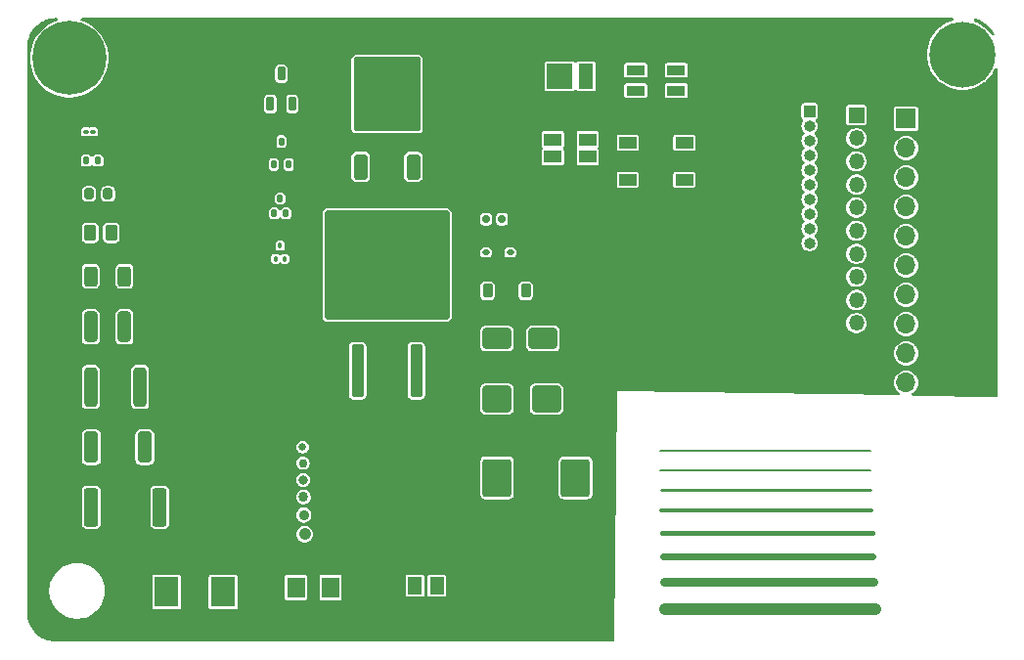
<source format=gbr>
%TF.GenerationSoftware,KiCad,Pcbnew,8.0.0*%
%TF.CreationDate,2024-05-09T17:34:07-04:00*%
%TF.ProjectId,Business card PCB,42757369-6e65-4737-9320-636172642050,rev?*%
%TF.SameCoordinates,Original*%
%TF.FileFunction,Copper,L1,Top*%
%TF.FilePolarity,Positive*%
%FSLAX46Y46*%
G04 Gerber Fmt 4.6, Leading zero omitted, Abs format (unit mm)*
G04 Created by KiCad (PCBNEW 8.0.0) date 2024-05-09 17:34:07*
%MOMM*%
%LPD*%
G01*
G04 APERTURE LIST*
G04 Aperture macros list*
%AMRoundRect*
0 Rectangle with rounded corners*
0 $1 Rounding radius*
0 $2 $3 $4 $5 $6 $7 $8 $9 X,Y pos of 4 corners*
0 Add a 4 corners polygon primitive as box body*
4,1,4,$2,$3,$4,$5,$6,$7,$8,$9,$2,$3,0*
0 Add four circle primitives for the rounded corners*
1,1,$1+$1,$2,$3*
1,1,$1+$1,$4,$5*
1,1,$1+$1,$6,$7*
1,1,$1+$1,$8,$9*
0 Add four rect primitives between the rounded corners*
20,1,$1+$1,$2,$3,$4,$5,0*
20,1,$1+$1,$4,$5,$6,$7,0*
20,1,$1+$1,$6,$7,$8,$9,0*
20,1,$1+$1,$8,$9,$2,$3,0*%
G04 Aperture macros list end*
%TA.AperFunction,ComponentPad*%
%ADD10R,1.700000X1.700000*%
%TD*%
%TA.AperFunction,ComponentPad*%
%ADD11O,1.700000X1.700000*%
%TD*%
%TA.AperFunction,SMDPad,CuDef*%
%ADD12R,1.500000X1.000000*%
%TD*%
%TA.AperFunction,SMDPad,CuDef*%
%ADD13RoundRect,0.150000X0.150000X0.200000X-0.150000X0.200000X-0.150000X-0.200000X0.150000X-0.200000X0*%
%TD*%
%TA.AperFunction,SMDPad,CuDef*%
%ADD14R,2.200000X2.200000*%
%TD*%
%TA.AperFunction,SMDPad,CuDef*%
%ADD15R,1.250000X2.200000*%
%TD*%
%TA.AperFunction,ComponentPad*%
%ADD16C,0.800000*%
%TD*%
%TA.AperFunction,ComponentPad*%
%ADD17C,6.400000*%
%TD*%
%TA.AperFunction,SMDPad,CuDef*%
%ADD18RoundRect,0.250000X-0.312500X-1.450000X0.312500X-1.450000X0.312500X1.450000X-0.312500X1.450000X0*%
%TD*%
%TA.AperFunction,SMDPad,CuDef*%
%ADD19RoundRect,0.250000X-1.000000X-0.650000X1.000000X-0.650000X1.000000X0.650000X-1.000000X0.650000X0*%
%TD*%
%TA.AperFunction,SMDPad,CuDef*%
%ADD20RoundRect,0.250000X-0.362500X-1.075000X0.362500X-1.075000X0.362500X1.075000X-0.362500X1.075000X0*%
%TD*%
%TA.AperFunction,SMDPad,CuDef*%
%ADD21RoundRect,0.112500X-0.187500X-0.112500X0.187500X-0.112500X0.187500X0.112500X-0.187500X0.112500X0*%
%TD*%
%TA.AperFunction,SMDPad,CuDef*%
%ADD22RoundRect,0.100000X-0.130000X-0.100000X0.130000X-0.100000X0.130000X0.100000X-0.130000X0.100000X0*%
%TD*%
%TA.AperFunction,SMDPad,CuDef*%
%ADD23RoundRect,0.250000X-1.000000X-0.900000X1.000000X-0.900000X1.000000X0.900000X-1.000000X0.900000X0*%
%TD*%
%TA.AperFunction,SMDPad,CuDef*%
%ADD24RoundRect,0.100000X0.100000X-0.125000X0.100000X0.125000X-0.100000X0.125000X-0.100000X-0.125000X0*%
%TD*%
%TA.AperFunction,SMDPad,CuDef*%
%ADD25RoundRect,0.225000X-0.225000X-0.375000X0.225000X-0.375000X0.225000X0.375000X-0.225000X0.375000X0*%
%TD*%
%TA.AperFunction,SMDPad,CuDef*%
%ADD26RoundRect,0.250000X-0.362500X-1.425000X0.362500X-1.425000X0.362500X1.425000X-0.362500X1.425000X0*%
%TD*%
%TA.AperFunction,SMDPad,CuDef*%
%ADD27R,2.100000X2.600000*%
%TD*%
%TA.AperFunction,SMDPad,CuDef*%
%ADD28RoundRect,0.250000X0.312500X0.625000X-0.312500X0.625000X-0.312500X-0.625000X0.312500X-0.625000X0*%
%TD*%
%TA.AperFunction,ComponentPad*%
%ADD29C,5.700000*%
%TD*%
%TA.AperFunction,ComponentPad*%
%ADD30R,1.000000X1.000000*%
%TD*%
%TA.AperFunction,ComponentPad*%
%ADD31O,1.000000X1.000000*%
%TD*%
%TA.AperFunction,SMDPad,CuDef*%
%ADD32RoundRect,0.250000X-0.312500X-1.075000X0.312500X-1.075000X0.312500X1.075000X-0.312500X1.075000X0*%
%TD*%
%TA.AperFunction,SMDPad,CuDef*%
%ADD33R,1.500000X1.800000*%
%TD*%
%TA.AperFunction,SMDPad,CuDef*%
%ADD34RoundRect,0.125000X0.125000X-0.175000X0.125000X0.175000X-0.125000X0.175000X-0.125000X-0.175000X0*%
%TD*%
%TA.AperFunction,SMDPad,CuDef*%
%ADD35R,1.600000X0.850000*%
%TD*%
%TA.AperFunction,SMDPad,CuDef*%
%ADD36RoundRect,0.250000X0.262500X0.450000X-0.262500X0.450000X-0.262500X-0.450000X0.262500X-0.450000X0*%
%TD*%
%TA.AperFunction,SMDPad,CuDef*%
%ADD37R,1.200000X1.500000*%
%TD*%
%TA.AperFunction,ComponentPad*%
%ADD38R,1.350000X1.350000*%
%TD*%
%TA.AperFunction,ComponentPad*%
%ADD39O,1.350000X1.350000*%
%TD*%
%TA.AperFunction,SMDPad,CuDef*%
%ADD40R,1.500000X1.100000*%
%TD*%
%TA.AperFunction,SMDPad,CuDef*%
%ADD41RoundRect,0.162500X0.162500X-0.447500X0.162500X0.447500X-0.162500X0.447500X-0.162500X-0.447500X0*%
%TD*%
%TA.AperFunction,SMDPad,CuDef*%
%ADD42RoundRect,0.250000X0.300000X-2.050000X0.300000X2.050000X-0.300000X2.050000X-0.300000X-2.050000X0*%
%TD*%
%TA.AperFunction,SMDPad,CuDef*%
%ADD43RoundRect,0.250000X2.375000X-2.025000X2.375000X2.025000X-2.375000X2.025000X-2.375000X-2.025000X0*%
%TD*%
%TA.AperFunction,SMDPad,CuDef*%
%ADD44RoundRect,0.250002X5.149998X-4.449998X5.149998X4.449998X-5.149998X4.449998X-5.149998X-4.449998X0*%
%TD*%
%TA.AperFunction,SMDPad,CuDef*%
%ADD45RoundRect,0.250000X0.350000X-0.850000X0.350000X0.850000X-0.350000X0.850000X-0.350000X-0.850000X0*%
%TD*%
%TA.AperFunction,SMDPad,CuDef*%
%ADD46RoundRect,0.250000X1.125000X-1.275000X1.125000X1.275000X-1.125000X1.275000X-1.125000X-1.275000X0*%
%TD*%
%TA.AperFunction,SMDPad,CuDef*%
%ADD47RoundRect,0.249997X2.650003X-2.950003X2.650003X2.950003X-2.650003X2.950003X-2.650003X-2.950003X0*%
%TD*%
%TA.AperFunction,SMDPad,CuDef*%
%ADD48RoundRect,0.135000X-0.135000X-0.185000X0.135000X-0.185000X0.135000X0.185000X-0.135000X0.185000X0*%
%TD*%
%TA.AperFunction,SMDPad,CuDef*%
%ADD49RoundRect,0.250000X1.000000X-1.400000X1.000000X1.400000X-1.000000X1.400000X-1.000000X-1.400000X0*%
%TD*%
%TA.AperFunction,SMDPad,CuDef*%
%ADD50RoundRect,0.200000X0.200000X0.275000X-0.200000X0.275000X-0.200000X-0.275000X0.200000X-0.275000X0*%
%TD*%
%TA.AperFunction,SMDPad,CuDef*%
%ADD51RoundRect,0.112500X-0.112500X-0.237500X0.112500X-0.237500X0.112500X0.237500X-0.112500X0.237500X0*%
%TD*%
%TA.AperFunction,ViaPad*%
%ADD52C,0.757200*%
%TD*%
%TA.AperFunction,ViaPad*%
%ADD53C,0.858800*%
%TD*%
%TA.AperFunction,ViaPad*%
%ADD54C,0.808000*%
%TD*%
%TA.AperFunction,ViaPad*%
%ADD55C,0.909600*%
%TD*%
%TA.AperFunction,ViaPad*%
%ADD56C,0.681000*%
%TD*%
%TA.AperFunction,ViaPad*%
%ADD57C,1.062000*%
%TD*%
%TA.AperFunction,Conductor*%
%ADD58C,1.016000*%
%TD*%
%TA.AperFunction,Conductor*%
%ADD59C,0.254000*%
%TD*%
%TA.AperFunction,Conductor*%
%ADD60C,0.609600*%
%TD*%
%TA.AperFunction,Conductor*%
%ADD61C,0.762000*%
%TD*%
%TA.AperFunction,Conductor*%
%ADD62C,0.152400*%
%TD*%
%TA.AperFunction,Conductor*%
%ADD63C,0.304800*%
%TD*%
%TA.AperFunction,Conductor*%
%ADD64C,0.203200*%
%TD*%
%TA.AperFunction,Conductor*%
%ADD65C,0.457200*%
%TD*%
G04 APERTURE END LIST*
D10*
%TO.P,2.54mm,1,Pin_1*%
%TO.N,unconnected-(J1-Pin_1-Pad1)*%
X187070000Y-64760000D03*
D11*
%TO.P,2.54mm,2,Pin_2*%
%TO.N,unconnected-(J1-Pin_2-Pad2)*%
X187070000Y-67300000D03*
%TO.P,2.54mm,3,Pin_3*%
%TO.N,unconnected-(J1-Pin_3-Pad3)*%
X187070000Y-69840000D03*
%TO.P,2.54mm,4,Pin_4*%
%TO.N,unconnected-(J1-Pin_4-Pad4)*%
X187070000Y-72380000D03*
%TO.P,2.54mm,5,Pin_5*%
%TO.N,unconnected-(J1-Pin_5-Pad5)*%
X187070000Y-74920000D03*
%TO.P,2.54mm,6,Pin_6*%
%TO.N,unconnected-(J1-Pin_6-Pad6)*%
X187070000Y-77460000D03*
%TO.P,2.54mm,7,Pin_7*%
%TO.N,unconnected-(J1-Pin_7-Pad7)*%
X187070000Y-80000000D03*
%TO.P,2.54mm,8,Pin_8*%
%TO.N,unconnected-(J1-Pin_8-Pad8)*%
X187070000Y-82540000D03*
%TO.P,2.54mm,9,Pin_9*%
%TO.N,unconnected-(J1-Pin_9-Pad9)*%
X187070000Y-85080000D03*
%TO.P,2.54mm,10,Pin_10*%
%TO.N,unconnected-(J1-Pin_10-Pad10)*%
X187070000Y-87620000D03*
%TD*%
D12*
%TO.P,5050,1,K*%
%TO.N,unconnected-(D10-K-Pad1)*%
X167870000Y-70050000D03*
%TO.P,5050,2,A*%
%TO.N,unconnected-(D10-A-Pad2)*%
X167870000Y-66850000D03*
%TO.P,5050,3*%
%TO.N,N/C*%
X162970000Y-66850000D03*
%TO.P,5050,4*%
X162970000Y-70050000D03*
%TD*%
D13*
%TO.P,SOD-523,1,K*%
%TO.N,unconnected-(D5-K-Pad1)*%
X150700000Y-73460000D03*
%TO.P,SOD-523,2,A*%
%TO.N,unconnected-(D5-A-Pad2)*%
X152100000Y-73460000D03*
%TD*%
D14*
%TO.P,2835,1,K*%
%TO.N,unconnected-(D7-K-Pad1)*%
X157080000Y-61095000D03*
D15*
%TO.P,2835,2,A*%
%TO.N,unconnected-(D7-A-Pad2)*%
X159355000Y-61095000D03*
%TD*%
D16*
%TO.P,M3,1*%
%TO.N,N/C*%
X112230000Y-59520000D03*
X112932944Y-57822944D03*
X112932944Y-61217056D03*
X114630000Y-57120000D03*
D17*
X114630000Y-59520000D03*
D16*
X114630000Y-61920000D03*
X116327056Y-57822944D03*
X116327056Y-61217056D03*
X117030000Y-59520000D03*
%TD*%
D18*
%TO.P,1812,1*%
%TO.N,unconnected-(R7-Pad1)*%
X116490000Y-88005000D03*
%TO.P,1812,2*%
%TO.N,unconnected-(R7-Pad2)*%
X120765000Y-88005000D03*
%TD*%
D19*
%TO.P,SMA,1,K*%
%TO.N,unconnected-(D1-K-Pad1)*%
X151650000Y-83800000D03*
%TO.P,SMA,2,A*%
%TO.N,unconnected-(D1-A-Pad2)*%
X155650000Y-83800000D03*
%TD*%
D20*
%TO.P,2010,1*%
%TO.N,unconnected-(R8-Pad1)*%
X116545000Y-93220000D03*
%TO.P,2010,2*%
%TO.N,unconnected-(R8-Pad2)*%
X121170000Y-93220000D03*
%TD*%
D21*
%TO.P,SOD-323,1,K*%
%TO.N,unconnected-(D4-K-Pad1)*%
X150700000Y-76340000D03*
%TO.P,SOD-323,2,A*%
%TO.N,unconnected-(D4-A-Pad2)*%
X152800000Y-76340000D03*
%TD*%
D22*
%TO.P,0201,1*%
%TO.N,unconnected-(R1-Pad1)*%
X116057500Y-65895000D03*
%TO.P,0201,2*%
%TO.N,unconnected-(R1-Pad2)*%
X116697500Y-65895000D03*
%TD*%
D23*
%TO.P,SMB,1,K*%
%TO.N,unconnected-(D2-K-Pad1)*%
X151650000Y-89030000D03*
%TO.P,SMB,2,A*%
%TO.N,unconnected-(D2-A-Pad2)*%
X155950000Y-89030000D03*
%TD*%
D24*
%TO.P,SOT723,1,E*%
%TO.N,unconnected-(Q3-E-Pad1)*%
X132480000Y-76900000D03*
%TO.P,SOT723,2,B*%
%TO.N,unconnected-(Q3-B-Pad2)*%
X133280000Y-76900000D03*
%TO.P,SOT723,3,C*%
%TO.N,unconnected-(Q3-C-Pad3)*%
X132880000Y-75750000D03*
%TD*%
D25*
%TO.P,SOD-123,1,K*%
%TO.N,unconnected-(D6-K-Pad1)*%
X150850000Y-79670000D03*
%TO.P,SOD-123,2,A*%
%TO.N,unconnected-(D6-A-Pad2)*%
X154150000Y-79670000D03*
%TD*%
D26*
%TO.P,2512,1*%
%TO.N,unconnected-(R9-Pad1)*%
X116535000Y-98405000D03*
%TO.P,2512,2*%
%TO.N,unconnected-(R9-Pad2)*%
X122460000Y-98405000D03*
%TD*%
D27*
%TO.P,MELF,1*%
%TO.N,N/C*%
X123050000Y-105750000D03*
%TO.P,MELF,2*%
X127950000Y-105750000D03*
%TD*%
D28*
%TO.P,1206,1*%
%TO.N,unconnected-(R5-Pad1)*%
X119420000Y-78405000D03*
%TO.P,1206,2*%
%TO.N,unconnected-(R5-Pad2)*%
X116495000Y-78405000D03*
%TD*%
D29*
%TO.P,M3,1*%
%TO.N,N/C*%
X191940000Y-59220000D03*
%TD*%
D30*
%TO.P,1.27mm,1,Pin_1*%
%TO.N,unconnected-(J2-Pin_1-Pad1)*%
X178710000Y-64110000D03*
D31*
%TO.P,1.27mm,2,Pin_2*%
%TO.N,unconnected-(J2-Pin_2-Pad2)*%
X178710000Y-65380000D03*
%TO.P,1.27mm,3,Pin_3*%
%TO.N,unconnected-(J2-Pin_3-Pad3)*%
X178710000Y-66650000D03*
%TO.P,1.27mm,4,Pin_4*%
%TO.N,unconnected-(J2-Pin_4-Pad4)*%
X178710000Y-67920000D03*
%TO.P,1.27mm,5,Pin_5*%
%TO.N,unconnected-(J2-Pin_5-Pad5)*%
X178710000Y-69190000D03*
%TO.P,1.27mm,6,Pin_6*%
%TO.N,unconnected-(J2-Pin_6-Pad6)*%
X178710000Y-70460000D03*
%TO.P,1.27mm,7,Pin_7*%
%TO.N,unconnected-(J2-Pin_7-Pad7)*%
X178710000Y-71730000D03*
%TO.P,1.27mm,8,Pin_8*%
%TO.N,unconnected-(J2-Pin_8-Pad8)*%
X178710000Y-73000000D03*
%TO.P,1.27mm,9,Pin_9*%
%TO.N,unconnected-(J2-Pin_9-Pad9)*%
X178710000Y-74270000D03*
%TO.P,1.27mm,10,Pin_10*%
%TO.N,unconnected-(J2-Pin_10-Pad10)*%
X178710000Y-75540000D03*
%TD*%
D32*
%TO.P,1210,1*%
%TO.N,unconnected-(R6-Pad1)*%
X116495000Y-82790000D03*
%TO.P,1210,2*%
%TO.N,unconnected-(R6-Pad2)*%
X119420000Y-82790000D03*
%TD*%
D33*
%TO.P,MiniMELF,1*%
%TO.N,N/C*%
X134250000Y-105350000D03*
%TO.P,MiniMELF,2*%
X137250000Y-105350000D03*
%TD*%
D34*
%TO.P,SOT416,1,E*%
%TO.N,unconnected-(Q6-E-Pad1)*%
X132380000Y-72965832D03*
%TO.P,SOT416,2,B*%
%TO.N,unconnected-(Q6-B-Pad2)*%
X133380000Y-72965832D03*
%TO.P,SOT416,3,C*%
%TO.N,unconnected-(Q6-C-Pad3)*%
X132880000Y-71665832D03*
%TD*%
D35*
%TO.P,3535,1,K*%
%TO.N,unconnected-(D9-K-Pad1)*%
X163670000Y-60570000D03*
%TO.P,3535,2,A*%
%TO.N,unconnected-(D9-A-Pad2)*%
X163670000Y-62320000D03*
%TO.P,3535,3*%
%TO.N,N/C*%
X167170000Y-62320000D03*
%TO.P,3535,4*%
X167170000Y-60570000D03*
%TD*%
D36*
%TO.P,0805,1*%
%TO.N,unconnected-(R4-Pad1)*%
X118270000Y-74650000D03*
%TO.P,0805,2*%
%TO.N,unconnected-(R4-Pad2)*%
X116445000Y-74650000D03*
%TD*%
D37*
%TO.P,MicroMELF,1*%
%TO.N,N/C*%
X144550000Y-105200000D03*
%TO.P,MicroMELF,2*%
X146450000Y-105200000D03*
%TD*%
D38*
%TO.P,2.00mm,1,Pin_1*%
%TO.N,unconnected-(J3-Pin_1-Pad1)*%
X182765000Y-64460000D03*
D39*
%TO.P,2.00mm,2,Pin_2*%
%TO.N,unconnected-(J3-Pin_2-Pad2)*%
X182765000Y-66460000D03*
%TO.P,2.00mm,3,Pin_3*%
%TO.N,unconnected-(J3-Pin_3-Pad3)*%
X182765000Y-68460000D03*
%TO.P,2.00mm,4,Pin_4*%
%TO.N,unconnected-(J3-Pin_4-Pad4)*%
X182765000Y-70460000D03*
%TO.P,2.00mm,5,Pin_5*%
%TO.N,unconnected-(J3-Pin_5-Pad5)*%
X182765000Y-72460000D03*
%TO.P,2.00mm,6,Pin_6*%
%TO.N,unconnected-(J3-Pin_6-Pad6)*%
X182765000Y-74460000D03*
%TO.P,2.00mm,7,Pin_7*%
%TO.N,unconnected-(J3-Pin_7-Pad7)*%
X182765000Y-76460000D03*
%TO.P,2.00mm,8,Pin_8*%
%TO.N,unconnected-(J3-Pin_8-Pad8)*%
X182765000Y-78460000D03*
%TO.P,2.00mm,9,Pin_9*%
%TO.N,unconnected-(J3-Pin_9-Pad9)*%
X182765000Y-80460000D03*
%TO.P,2.00mm,10,Pin_10*%
%TO.N,unconnected-(J3-Pin_10-Pad10)*%
X182765000Y-82460000D03*
%TD*%
D40*
%TO.P,3228,1,K*%
%TO.N,unconnected-(D8-K-Pad1)*%
X156497522Y-66565000D03*
%TO.P,3228,2,A*%
%TO.N,unconnected-(D8-A-Pad2)*%
X159497522Y-66565000D03*
%TO.P,3228,3*%
%TO.N,N/C*%
X159497522Y-68065000D03*
%TO.P,3228,4*%
X156497522Y-68065000D03*
%TD*%
D41*
%TO.P,SOT23,1,E*%
%TO.N,unconnected-(Q1-E-Pad1)*%
X132037500Y-63487500D03*
%TO.P,SOT23,2,B*%
%TO.N,unconnected-(Q1-B-Pad2)*%
X133937500Y-63487500D03*
%TO.P,SOT23,3,C*%
%TO.N,unconnected-(Q1-C-Pad3)*%
X132987500Y-60867500D03*
%TD*%
D42*
%TO.P,D2PAK,1,E*%
%TO.N,unconnected-(Q5-E-Pad1)*%
X139600000Y-86590000D03*
D43*
%TO.P,D2PAK,2,B*%
%TO.N,unconnected-(Q5-B-Pad2)_2*%
X139365000Y-79865000D03*
%TO.N,unconnected-(Q5-B-Pad2)_3*%
X144915000Y-79865000D03*
D44*
%TO.N,unconnected-(Q5-B-Pad2)_0*%
X142140000Y-77440000D03*
D43*
%TO.N,unconnected-(Q5-B-Pad2)*%
X139365000Y-75015000D03*
%TO.N,unconnected-(Q5-B-Pad2)_1*%
X144915000Y-75015000D03*
D42*
%TO.P,D2PAK,3,C*%
%TO.N,unconnected-(Q5-C-Pad3)*%
X144680000Y-86590000D03*
%TD*%
D45*
%TO.P,DPAK,1,E*%
%TO.N,unconnected-(Q4-E-Pad1)*%
X139862500Y-68927500D03*
D46*
%TO.P,DPAK,2,B*%
%TO.N,unconnected-(Q4-B-Pad2)*%
X140617500Y-64302500D03*
X143667500Y-64302500D03*
D47*
X142142500Y-62627500D03*
D46*
X140617500Y-60952500D03*
X143667500Y-60952500D03*
D45*
%TO.P,DPAK,3,C*%
%TO.N,unconnected-(Q4-C-Pad3)*%
X144422500Y-68927500D03*
%TD*%
D48*
%TO.P,0402,1*%
%TO.N,unconnected-(R2-Pad1)*%
X116097500Y-68400000D03*
%TO.P,0402,2*%
%TO.N,unconnected-(R2-Pad2)*%
X117117500Y-68400000D03*
%TD*%
D49*
%TO.P,SMC,1,K*%
%TO.N,unconnected-(D3-K-Pad1)*%
X151650000Y-95860000D03*
%TO.P,SMC,2,A*%
%TO.N,unconnected-(D3-A-Pad2)*%
X158450000Y-95860000D03*
%TD*%
D50*
%TO.P,0603,1*%
%TO.N,unconnected-(R3-Pad1)*%
X117982500Y-71285000D03*
%TO.P,0603,2*%
%TO.N,unconnected-(R3-Pad2)*%
X116332500Y-71285000D03*
%TD*%
D51*
%TO.P,SOT323,1,E*%
%TO.N,unconnected-(Q2-E-Pad1)*%
X132332500Y-68731666D03*
%TO.P,SOT323,2,B*%
%TO.N,unconnected-(Q2-B-Pad2)*%
X133632500Y-68731666D03*
%TO.P,SOT323,3,C*%
%TO.N,unconnected-(Q2-C-Pad3)*%
X132982500Y-66731666D03*
%TD*%
D52*
%TO.N,*%
X134857600Y-94586080D03*
D53*
X134908400Y-97536040D03*
D54*
X134883000Y-96035660D03*
D55*
X134933800Y-99087220D03*
D56*
X134819500Y-93200000D03*
D57*
X135010000Y-100740000D03*
%TD*%
D58*
%TO.N,*%
X166206000Y-107230744D02*
X184396000Y-107230744D01*
D59*
X165825000Y-96930000D02*
X184015000Y-96930000D01*
D60*
X166002800Y-102643084D02*
X184192800Y-102643084D01*
D61*
X166079000Y-104835312D02*
X184269000Y-104835312D01*
D62*
X165774200Y-93510744D02*
X183964200Y-93510744D01*
D63*
X165850400Y-98715828D02*
X184040400Y-98715828D01*
D64*
X165799600Y-95194972D02*
X183989600Y-95194972D01*
D65*
X165926600Y-100603256D02*
X184116600Y-100603256D01*
%TD*%
%TA.AperFunction,NonConductor*%
G36*
X193083001Y-56123727D02*
G01*
X193350318Y-56207028D01*
X193364301Y-56212331D01*
X193625871Y-56330055D01*
X193639125Y-56337011D01*
X193884597Y-56485403D01*
X193896920Y-56493909D01*
X194122709Y-56670802D01*
X194133917Y-56680731D01*
X194336740Y-56883551D01*
X194346669Y-56894759D01*
X194523572Y-57120553D01*
X194532078Y-57132876D01*
X194559384Y-57178044D01*
X194680457Y-57378318D01*
X194680466Y-57378332D01*
X194687425Y-57391591D01*
X194692892Y-57403738D01*
X194702456Y-57472950D01*
X194673083Y-57536346D01*
X194614099Y-57573797D01*
X194544230Y-57573414D01*
X194485660Y-57535317D01*
X194478687Y-57526385D01*
X194328730Y-57315040D01*
X194100429Y-57059573D01*
X194100426Y-57059570D01*
X193844959Y-56831269D01*
X193565521Y-56632998D01*
X193313858Y-56493909D01*
X193265648Y-56467264D01*
X193244623Y-56458555D01*
X192998664Y-56356675D01*
X192944261Y-56312834D01*
X192922196Y-56246540D01*
X192939475Y-56178840D01*
X192990613Y-56131230D01*
X193059372Y-56118824D01*
X193083001Y-56123727D01*
G37*
%TD.AperFunction*%
%TA.AperFunction,NonConductor*%
G36*
X113598887Y-56066507D02*
G01*
X113644642Y-56119311D01*
X113654586Y-56188469D01*
X113625561Y-56252025D01*
X113571442Y-56288331D01*
X113426997Y-56337001D01*
X113369497Y-56356375D01*
X113369494Y-56356376D01*
X113369486Y-56356379D01*
X113034846Y-56511200D01*
X113034842Y-56511202D01*
X112832416Y-56632998D01*
X112718881Y-56701310D01*
X112662029Y-56744528D01*
X112425330Y-56924461D01*
X112425330Y-56924462D01*
X112157626Y-57178044D01*
X111918909Y-57459083D01*
X111711979Y-57764282D01*
X111711973Y-57764291D01*
X111539261Y-58090061D01*
X111539255Y-58090073D01*
X111402770Y-58432628D01*
X111402768Y-58432634D01*
X111304128Y-58787905D01*
X111304122Y-58787931D01*
X111244470Y-59151786D01*
X111244469Y-59151803D01*
X111224506Y-59519997D01*
X111224506Y-59520002D01*
X111228453Y-59592798D01*
X111240019Y-59806132D01*
X111244469Y-59888196D01*
X111244470Y-59888213D01*
X111304122Y-60252068D01*
X111304128Y-60252094D01*
X111402768Y-60607365D01*
X111402770Y-60607371D01*
X111539255Y-60949926D01*
X111539261Y-60949938D01*
X111711973Y-61275708D01*
X111711976Y-61275713D01*
X111711978Y-61275716D01*
X111761971Y-61349450D01*
X111918909Y-61580916D01*
X112119246Y-61816770D01*
X112157627Y-61861956D01*
X112425330Y-62115538D01*
X112718881Y-62338690D01*
X113034838Y-62528795D01*
X113034840Y-62528796D01*
X113034842Y-62528797D01*
X113034846Y-62528799D01*
X113355177Y-62677000D01*
X113369497Y-62683625D01*
X113718934Y-62801364D01*
X114079052Y-62880632D01*
X114445630Y-62920500D01*
X114445636Y-62920500D01*
X114814364Y-62920500D01*
X114814370Y-62920500D01*
X115180948Y-62880632D01*
X115541066Y-62801364D01*
X115890503Y-62683625D01*
X116225162Y-62528795D01*
X116541119Y-62338690D01*
X116834670Y-62115538D01*
X117102373Y-61861956D01*
X117341090Y-61580917D01*
X117498029Y-61349450D01*
X132462000Y-61349450D01*
X132472279Y-61420006D01*
X132525489Y-61528849D01*
X132611151Y-61614511D01*
X132719988Y-61667719D01*
X132719989Y-61667719D01*
X132719991Y-61667720D01*
X132790551Y-61678000D01*
X133184448Y-61677999D01*
X133184450Y-61677999D01*
X133212672Y-61673887D01*
X133255009Y-61667720D01*
X133363847Y-61614512D01*
X133449512Y-61528847D01*
X133502720Y-61420009D01*
X133513000Y-61349449D01*
X133512999Y-60385552D01*
X133502720Y-60314991D01*
X133449512Y-60206153D01*
X133449510Y-60206151D01*
X133449510Y-60206150D01*
X133363848Y-60120488D01*
X133255011Y-60067280D01*
X133237369Y-60064710D01*
X133184449Y-60057000D01*
X133184443Y-60057000D01*
X132790549Y-60057000D01*
X132719993Y-60067279D01*
X132611150Y-60120489D01*
X132525488Y-60206151D01*
X132472280Y-60314988D01*
X132468425Y-60341451D01*
X132462000Y-60385551D01*
X132462000Y-60385555D01*
X132462000Y-60385556D01*
X132462000Y-61349450D01*
X117498029Y-61349450D01*
X117548022Y-61275716D01*
X117720743Y-60949930D01*
X117857227Y-60607379D01*
X117955875Y-60252081D01*
X117986172Y-60067279D01*
X118015529Y-59888213D01*
X118015529Y-59888210D01*
X118015531Y-59888199D01*
X118035494Y-59520000D01*
X118015531Y-59151801D01*
X117955875Y-58787919D01*
X117907085Y-58612194D01*
X117857231Y-58432634D01*
X117857229Y-58432628D01*
X117857228Y-58432627D01*
X117857227Y-58432621D01*
X117720743Y-58090070D01*
X117548022Y-57764284D01*
X117341090Y-57459083D01*
X117102373Y-57178044D01*
X116834670Y-56924462D01*
X116541119Y-56701310D01*
X116225162Y-56511205D01*
X116225161Y-56511204D01*
X116225157Y-56511202D01*
X116225153Y-56511200D01*
X115890513Y-56356379D01*
X115890508Y-56356377D01*
X115890503Y-56356375D01*
X115688554Y-56288330D01*
X115631311Y-56248271D01*
X115604811Y-56183621D01*
X115617471Y-56114908D01*
X115665270Y-56063947D01*
X115728149Y-56046822D01*
X191056831Y-56046822D01*
X191123870Y-56066507D01*
X191169625Y-56119311D01*
X191179569Y-56188469D01*
X191150544Y-56252025D01*
X191091766Y-56289799D01*
X191091159Y-56289976D01*
X190952049Y-56330053D01*
X190930896Y-56336147D01*
X190882052Y-56356379D01*
X190614353Y-56467263D01*
X190314478Y-56632998D01*
X190035040Y-56831269D01*
X189779573Y-57059570D01*
X189779570Y-57059573D01*
X189551269Y-57315040D01*
X189352998Y-57594478D01*
X189187263Y-57894353D01*
X189056146Y-58210899D01*
X188961297Y-58540124D01*
X188961295Y-58540133D01*
X188903905Y-58877906D01*
X188903903Y-58877918D01*
X188884693Y-59220000D01*
X188903903Y-59562081D01*
X188903905Y-59562093D01*
X188961295Y-59899866D01*
X188961297Y-59899875D01*
X189006565Y-60057001D01*
X189056147Y-60229104D01*
X189116235Y-60374169D01*
X189187263Y-60545646D01*
X189352998Y-60845521D01*
X189551269Y-61124959D01*
X189779570Y-61380426D01*
X189779573Y-61380429D01*
X190035040Y-61608730D01*
X190035046Y-61608734D01*
X190035047Y-61608735D01*
X190314479Y-61807002D01*
X190614352Y-61972736D01*
X190930896Y-62103853D01*
X191260130Y-62198704D01*
X191597914Y-62256096D01*
X191940000Y-62275307D01*
X192282086Y-62256096D01*
X192619870Y-62198704D01*
X192949104Y-62103853D01*
X193265648Y-61972736D01*
X193565521Y-61807002D01*
X193844953Y-61608735D01*
X193876082Y-61580917D01*
X193934347Y-61528847D01*
X194100428Y-61380428D01*
X194328735Y-61124953D01*
X194527002Y-60845521D01*
X194692736Y-60545648D01*
X194732091Y-60450637D01*
X194775932Y-60396234D01*
X194842226Y-60374169D01*
X194909925Y-60391448D01*
X194957536Y-60442585D01*
X194970652Y-60498090D01*
X194970652Y-88741506D01*
X194950967Y-88808545D01*
X194898163Y-88854300D01*
X194844705Y-88865491D01*
X187672159Y-88752834D01*
X187605437Y-88732099D01*
X187560517Y-88678583D01*
X187551660Y-88609277D01*
X187581680Y-88546185D01*
X187615649Y-88519493D01*
X187656450Y-88497685D01*
X187816410Y-88366410D01*
X187947685Y-88206450D01*
X188045232Y-88023954D01*
X188105300Y-87825934D01*
X188125583Y-87620000D01*
X188105300Y-87414066D01*
X188045232Y-87216046D01*
X187947685Y-87033550D01*
X187895702Y-86970209D01*
X187816410Y-86873589D01*
X187656452Y-86742317D01*
X187656453Y-86742317D01*
X187656450Y-86742315D01*
X187473954Y-86644768D01*
X187275934Y-86584700D01*
X187275932Y-86584699D01*
X187275934Y-86584699D01*
X187070000Y-86564417D01*
X186864067Y-86584699D01*
X186666043Y-86644769D01*
X186555898Y-86703643D01*
X186483550Y-86742315D01*
X186483548Y-86742316D01*
X186483547Y-86742317D01*
X186323589Y-86873589D01*
X186192317Y-87033547D01*
X186094769Y-87216043D01*
X186034699Y-87414067D01*
X186014417Y-87620000D01*
X186034699Y-87825932D01*
X186034700Y-87825934D01*
X186094768Y-88023954D01*
X186192315Y-88206450D01*
X186192317Y-88206452D01*
X186323589Y-88366410D01*
X186483544Y-88497681D01*
X186483547Y-88497682D01*
X186483550Y-88497685D01*
X186487767Y-88499939D01*
X186537610Y-88548897D01*
X186553073Y-88617034D01*
X186529244Y-88682715D01*
X186473688Y-88725086D01*
X186427368Y-88733282D01*
X162323803Y-88354693D01*
X162025000Y-88350000D01*
X162024999Y-88350000D01*
X161833454Y-109922813D01*
X161813175Y-109989675D01*
X161759967Y-110034959D01*
X161709459Y-110045712D01*
X113544815Y-110045712D01*
X113544799Y-110045711D01*
X113475060Y-110045711D01*
X113467574Y-110045485D01*
X113177515Y-110027941D01*
X113162650Y-110026136D01*
X112880521Y-109974436D01*
X112865982Y-109970853D01*
X112669411Y-109909600D01*
X112592129Y-109885518D01*
X112578135Y-109880211D01*
X112499601Y-109844867D01*
X112316565Y-109762489D01*
X112303307Y-109755530D01*
X112057848Y-109607148D01*
X112045524Y-109598642D01*
X111819728Y-109421744D01*
X111808520Y-109411814D01*
X111605702Y-109208997D01*
X111595773Y-109197790D01*
X111472542Y-109040500D01*
X111418876Y-108972000D01*
X111410370Y-108959678D01*
X111261977Y-108714209D01*
X111255019Y-108700951D01*
X111137299Y-108439393D01*
X111131989Y-108425392D01*
X111123411Y-108397866D01*
X111046654Y-108151548D01*
X111043071Y-108137011D01*
X111021684Y-108020312D01*
X110991365Y-107854874D01*
X110989561Y-107840012D01*
X110985995Y-107781072D01*
X110972048Y-107550512D01*
X110971822Y-107543024D01*
X110971822Y-105784813D01*
X112899500Y-105784813D01*
X112929686Y-106052719D01*
X112929688Y-106052731D01*
X112989684Y-106315594D01*
X112989687Y-106315602D01*
X113078734Y-106570082D01*
X113195714Y-106812994D01*
X113195716Y-106812997D01*
X113339162Y-107041289D01*
X113507266Y-107252085D01*
X113697915Y-107442734D01*
X113908711Y-107610838D01*
X114137003Y-107754284D01*
X114379921Y-107871267D01*
X114571049Y-107938145D01*
X114634397Y-107960312D01*
X114634405Y-107960315D01*
X114634408Y-107960315D01*
X114634409Y-107960316D01*
X114897268Y-108020312D01*
X115165187Y-108050499D01*
X115165188Y-108050500D01*
X115165191Y-108050500D01*
X115434812Y-108050500D01*
X115434812Y-108050499D01*
X115702732Y-108020312D01*
X115965591Y-107960316D01*
X116220079Y-107871267D01*
X116462997Y-107754284D01*
X116691289Y-107610838D01*
X116902085Y-107442734D01*
X117092734Y-107252085D01*
X117238140Y-107069752D01*
X121799500Y-107069752D01*
X121811131Y-107128229D01*
X121811132Y-107128230D01*
X121855447Y-107194552D01*
X121921769Y-107238867D01*
X121921770Y-107238868D01*
X121980247Y-107250499D01*
X121980250Y-107250500D01*
X121980252Y-107250500D01*
X124119750Y-107250500D01*
X124119751Y-107250499D01*
X124134568Y-107247552D01*
X124178229Y-107238868D01*
X124178229Y-107238867D01*
X124178231Y-107238867D01*
X124244552Y-107194552D01*
X124288867Y-107128231D01*
X124288867Y-107128229D01*
X124288868Y-107128229D01*
X124300499Y-107069752D01*
X126699500Y-107069752D01*
X126711131Y-107128229D01*
X126711132Y-107128230D01*
X126755447Y-107194552D01*
X126821769Y-107238867D01*
X126821770Y-107238868D01*
X126880247Y-107250499D01*
X126880250Y-107250500D01*
X126880252Y-107250500D01*
X129019750Y-107250500D01*
X129019751Y-107250499D01*
X129034568Y-107247552D01*
X129078229Y-107238868D01*
X129078229Y-107238867D01*
X129078231Y-107238867D01*
X129144552Y-107194552D01*
X129188867Y-107128231D01*
X129188867Y-107128229D01*
X129188868Y-107128229D01*
X129200499Y-107069752D01*
X129200500Y-107069750D01*
X129200500Y-106269752D01*
X133299500Y-106269752D01*
X133311131Y-106328229D01*
X133311132Y-106328230D01*
X133355447Y-106394552D01*
X133421769Y-106438867D01*
X133421770Y-106438868D01*
X133480247Y-106450499D01*
X133480250Y-106450500D01*
X133480252Y-106450500D01*
X135019750Y-106450500D01*
X135019751Y-106450499D01*
X135034568Y-106447552D01*
X135078229Y-106438868D01*
X135078229Y-106438867D01*
X135078231Y-106438867D01*
X135144552Y-106394552D01*
X135188867Y-106328231D01*
X135188867Y-106328229D01*
X135188868Y-106328229D01*
X135200499Y-106269752D01*
X136299500Y-106269752D01*
X136311131Y-106328229D01*
X136311132Y-106328230D01*
X136355447Y-106394552D01*
X136421769Y-106438867D01*
X136421770Y-106438868D01*
X136480247Y-106450499D01*
X136480250Y-106450500D01*
X136480252Y-106450500D01*
X138019750Y-106450500D01*
X138019751Y-106450499D01*
X138034568Y-106447552D01*
X138078229Y-106438868D01*
X138078229Y-106438867D01*
X138078231Y-106438867D01*
X138144552Y-106394552D01*
X138188867Y-106328231D01*
X138188867Y-106328229D01*
X138188868Y-106328229D01*
X138200499Y-106269752D01*
X138200500Y-106269750D01*
X138200500Y-105969752D01*
X143749500Y-105969752D01*
X143761131Y-106028229D01*
X143761132Y-106028230D01*
X143805447Y-106094552D01*
X143871769Y-106138867D01*
X143871770Y-106138868D01*
X143930247Y-106150499D01*
X143930250Y-106150500D01*
X143930252Y-106150500D01*
X145169750Y-106150500D01*
X145169751Y-106150499D01*
X145184568Y-106147552D01*
X145228229Y-106138868D01*
X145228229Y-106138867D01*
X145228231Y-106138867D01*
X145294552Y-106094552D01*
X145338867Y-106028231D01*
X145338867Y-106028229D01*
X145338868Y-106028229D01*
X145350499Y-105969752D01*
X145649500Y-105969752D01*
X145661131Y-106028229D01*
X145661132Y-106028230D01*
X145705447Y-106094552D01*
X145771769Y-106138867D01*
X145771770Y-106138868D01*
X145830247Y-106150499D01*
X145830250Y-106150500D01*
X145830252Y-106150500D01*
X147069750Y-106150500D01*
X147069751Y-106150499D01*
X147084568Y-106147552D01*
X147128229Y-106138868D01*
X147128229Y-106138867D01*
X147128231Y-106138867D01*
X147194552Y-106094552D01*
X147238867Y-106028231D01*
X147238867Y-106028229D01*
X147238868Y-106028229D01*
X147250499Y-105969752D01*
X147250500Y-105969750D01*
X147250500Y-104430249D01*
X147250499Y-104430247D01*
X147238868Y-104371770D01*
X147238867Y-104371769D01*
X147194552Y-104305447D01*
X147128230Y-104261132D01*
X147128229Y-104261131D01*
X147069752Y-104249500D01*
X147069748Y-104249500D01*
X145830252Y-104249500D01*
X145830247Y-104249500D01*
X145771770Y-104261131D01*
X145771769Y-104261132D01*
X145705447Y-104305447D01*
X145661132Y-104371769D01*
X145661131Y-104371770D01*
X145649500Y-104430247D01*
X145649500Y-105969752D01*
X145350499Y-105969752D01*
X145350500Y-105969750D01*
X145350500Y-104430249D01*
X145350499Y-104430247D01*
X145338868Y-104371770D01*
X145338867Y-104371769D01*
X145294552Y-104305447D01*
X145228230Y-104261132D01*
X145228229Y-104261131D01*
X145169752Y-104249500D01*
X145169748Y-104249500D01*
X143930252Y-104249500D01*
X143930247Y-104249500D01*
X143871770Y-104261131D01*
X143871769Y-104261132D01*
X143805447Y-104305447D01*
X143761132Y-104371769D01*
X143761131Y-104371770D01*
X143749500Y-104430247D01*
X143749500Y-105969752D01*
X138200500Y-105969752D01*
X138200500Y-104430249D01*
X138200499Y-104430247D01*
X138188868Y-104371770D01*
X138188867Y-104371769D01*
X138144552Y-104305447D01*
X138078230Y-104261132D01*
X138078229Y-104261131D01*
X138019752Y-104249500D01*
X138019748Y-104249500D01*
X136480252Y-104249500D01*
X136480247Y-104249500D01*
X136421770Y-104261131D01*
X136421769Y-104261132D01*
X136355447Y-104305447D01*
X136311132Y-104371769D01*
X136311131Y-104371770D01*
X136299500Y-104430247D01*
X136299500Y-106269752D01*
X135200499Y-106269752D01*
X135200500Y-106269750D01*
X135200500Y-104430249D01*
X135200499Y-104430247D01*
X135188868Y-104371770D01*
X135188867Y-104371769D01*
X135144552Y-104305447D01*
X135078230Y-104261132D01*
X135078229Y-104261131D01*
X135019752Y-104249500D01*
X135019748Y-104249500D01*
X133480252Y-104249500D01*
X133480247Y-104249500D01*
X133421770Y-104261131D01*
X133421769Y-104261132D01*
X133355447Y-104305447D01*
X133311132Y-104371769D01*
X133311131Y-104371770D01*
X133299500Y-104430247D01*
X133299500Y-106269752D01*
X129200500Y-106269752D01*
X129200500Y-104430249D01*
X129200499Y-104430247D01*
X129188868Y-104371770D01*
X129188867Y-104371769D01*
X129144552Y-104305447D01*
X129078230Y-104261132D01*
X129078229Y-104261131D01*
X129019752Y-104249500D01*
X129019748Y-104249500D01*
X126880252Y-104249500D01*
X126880247Y-104249500D01*
X126821770Y-104261131D01*
X126821769Y-104261132D01*
X126755447Y-104305447D01*
X126711132Y-104371769D01*
X126711131Y-104371770D01*
X126699500Y-104430247D01*
X126699500Y-107069752D01*
X124300499Y-107069752D01*
X124300500Y-107069750D01*
X124300500Y-104430249D01*
X124300499Y-104430247D01*
X124288868Y-104371770D01*
X124288867Y-104371769D01*
X124244552Y-104305447D01*
X124178230Y-104261132D01*
X124178229Y-104261131D01*
X124119752Y-104249500D01*
X124119748Y-104249500D01*
X121980252Y-104249500D01*
X121980247Y-104249500D01*
X121921770Y-104261131D01*
X121921769Y-104261132D01*
X121855447Y-104305447D01*
X121811132Y-104371769D01*
X121811131Y-104371770D01*
X121799500Y-104430247D01*
X121799500Y-107069752D01*
X117238140Y-107069752D01*
X117260838Y-107041289D01*
X117404284Y-106812997D01*
X117521267Y-106570079D01*
X117610316Y-106315591D01*
X117670312Y-106052732D01*
X117700500Y-105784809D01*
X117700500Y-105515191D01*
X117670312Y-105247268D01*
X117610316Y-104984409D01*
X117521267Y-104729921D01*
X117404284Y-104487003D01*
X117260838Y-104258711D01*
X117092734Y-104047915D01*
X116902085Y-103857266D01*
X116691289Y-103689162D01*
X116462997Y-103545716D01*
X116462994Y-103545714D01*
X116220082Y-103428734D01*
X115965602Y-103339687D01*
X115965594Y-103339684D01*
X115768446Y-103294687D01*
X115702732Y-103279688D01*
X115702728Y-103279687D01*
X115702719Y-103279686D01*
X115434813Y-103249500D01*
X115434809Y-103249500D01*
X115165191Y-103249500D01*
X115165186Y-103249500D01*
X114897280Y-103279686D01*
X114897268Y-103279688D01*
X114634405Y-103339684D01*
X114634397Y-103339687D01*
X114379917Y-103428734D01*
X114137005Y-103545714D01*
X113908712Y-103689161D01*
X113697915Y-103857265D01*
X113507265Y-104047915D01*
X113339161Y-104258712D01*
X113195714Y-104487005D01*
X113078734Y-104729917D01*
X112989687Y-104984397D01*
X112989684Y-104984405D01*
X112929688Y-105247268D01*
X112929686Y-105247280D01*
X112899500Y-105515186D01*
X112899500Y-105784813D01*
X110971822Y-105784813D01*
X110971822Y-100740003D01*
X134273871Y-100740003D01*
X134292325Y-100903795D01*
X134292327Y-100903805D01*
X134337310Y-101032356D01*
X134346771Y-101059394D01*
X134434471Y-101198969D01*
X134551031Y-101315529D01*
X134690606Y-101403229D01*
X134846196Y-101457673D01*
X134846202Y-101457673D01*
X134846204Y-101457674D01*
X135009996Y-101476129D01*
X135010000Y-101476129D01*
X135010004Y-101476129D01*
X135173795Y-101457674D01*
X135173794Y-101457674D01*
X135173804Y-101457673D01*
X135329394Y-101403229D01*
X135468969Y-101315529D01*
X135585529Y-101198969D01*
X135673229Y-101059394D01*
X135727673Y-100903804D01*
X135746129Y-100740000D01*
X135727673Y-100576196D01*
X135673229Y-100420606D01*
X135585529Y-100281031D01*
X135468969Y-100164471D01*
X135329394Y-100076771D01*
X135329393Y-100076770D01*
X135329392Y-100076770D01*
X135173805Y-100022327D01*
X135173795Y-100022325D01*
X135010004Y-100003871D01*
X135009996Y-100003871D01*
X134846204Y-100022325D01*
X134846194Y-100022327D01*
X134690607Y-100076770D01*
X134551030Y-100164471D01*
X134434471Y-100281030D01*
X134346770Y-100420607D01*
X134292327Y-100576194D01*
X134292325Y-100576204D01*
X134273871Y-100739996D01*
X134273871Y-100740003D01*
X110971822Y-100740003D01*
X110971822Y-99884269D01*
X115722000Y-99884269D01*
X115724853Y-99914699D01*
X115724853Y-99914701D01*
X115769706Y-100042880D01*
X115769707Y-100042882D01*
X115850350Y-100152150D01*
X115959618Y-100232793D01*
X116002345Y-100247744D01*
X116087799Y-100277646D01*
X116118230Y-100280500D01*
X116118234Y-100280500D01*
X116951770Y-100280500D01*
X116982199Y-100277646D01*
X116982201Y-100277646D01*
X117046290Y-100255219D01*
X117110382Y-100232793D01*
X117219650Y-100152150D01*
X117300293Y-100042882D01*
X117322719Y-99978790D01*
X117345146Y-99914701D01*
X117345146Y-99914699D01*
X117348000Y-99884269D01*
X121647000Y-99884269D01*
X121649853Y-99914699D01*
X121649853Y-99914701D01*
X121694706Y-100042880D01*
X121694707Y-100042882D01*
X121775350Y-100152150D01*
X121884618Y-100232793D01*
X121927345Y-100247744D01*
X122012799Y-100277646D01*
X122043230Y-100280500D01*
X122043234Y-100280500D01*
X122876770Y-100280500D01*
X122907199Y-100277646D01*
X122907201Y-100277646D01*
X122971290Y-100255219D01*
X123035382Y-100232793D01*
X123144650Y-100152150D01*
X123225293Y-100042882D01*
X123247719Y-99978790D01*
X123270146Y-99914701D01*
X123270146Y-99914699D01*
X123273000Y-99884269D01*
X123273000Y-99087220D01*
X134273687Y-99087220D01*
X134292868Y-99245193D01*
X134292869Y-99245198D01*
X134349299Y-99393990D01*
X134439698Y-99524956D01*
X134558813Y-99630482D01*
X134699721Y-99704436D01*
X134776976Y-99723478D01*
X134854231Y-99742520D01*
X134854232Y-99742520D01*
X135013369Y-99742520D01*
X135064871Y-99729825D01*
X135167879Y-99704436D01*
X135308787Y-99630482D01*
X135427902Y-99524956D01*
X135518301Y-99393990D01*
X135574731Y-99245195D01*
X135593913Y-99087220D01*
X135574731Y-98929245D01*
X135574730Y-98929243D01*
X135574730Y-98929241D01*
X135545452Y-98852042D01*
X135518301Y-98780450D01*
X135427902Y-98649484D01*
X135308787Y-98543958D01*
X135167879Y-98470004D01*
X135167878Y-98470003D01*
X135167877Y-98470003D01*
X135013369Y-98431920D01*
X135013368Y-98431920D01*
X134854232Y-98431920D01*
X134854231Y-98431920D01*
X134699722Y-98470003D01*
X134558814Y-98543957D01*
X134439697Y-98649484D01*
X134349300Y-98780448D01*
X134349299Y-98780449D01*
X134292869Y-98929241D01*
X134292868Y-98929246D01*
X134273687Y-99087220D01*
X123273000Y-99087220D01*
X123273000Y-97536040D01*
X134273874Y-97536040D01*
X134292311Y-97687892D01*
X134346555Y-97830919D01*
X134433450Y-97956809D01*
X134547948Y-98058245D01*
X134683394Y-98129332D01*
X134831916Y-98165940D01*
X134831917Y-98165940D01*
X134984883Y-98165940D01*
X134984884Y-98165940D01*
X135133406Y-98129332D01*
X135268852Y-98058245D01*
X135383350Y-97956809D01*
X135470245Y-97830919D01*
X135524488Y-97687892D01*
X135542926Y-97536040D01*
X135524488Y-97384188D01*
X135497971Y-97314269D01*
X150199500Y-97314269D01*
X150202353Y-97344699D01*
X150202353Y-97344701D01*
X150247206Y-97472880D01*
X150247207Y-97472882D01*
X150327850Y-97582150D01*
X150437118Y-97662793D01*
X150479845Y-97677744D01*
X150565299Y-97707646D01*
X150595730Y-97710500D01*
X150595734Y-97710500D01*
X152704270Y-97710500D01*
X152734699Y-97707646D01*
X152734701Y-97707646D01*
X152798790Y-97685219D01*
X152862882Y-97662793D01*
X152972150Y-97582150D01*
X153052793Y-97472882D01*
X153075219Y-97408790D01*
X153097646Y-97344701D01*
X153097646Y-97344699D01*
X153100500Y-97314269D01*
X156999500Y-97314269D01*
X157002353Y-97344699D01*
X157002353Y-97344701D01*
X157047206Y-97472880D01*
X157047207Y-97472882D01*
X157127850Y-97582150D01*
X157237118Y-97662793D01*
X157279845Y-97677744D01*
X157365299Y-97707646D01*
X157395730Y-97710500D01*
X157395734Y-97710500D01*
X159504270Y-97710500D01*
X159534699Y-97707646D01*
X159534701Y-97707646D01*
X159598790Y-97685219D01*
X159662882Y-97662793D01*
X159772150Y-97582150D01*
X159852793Y-97472882D01*
X159875219Y-97408790D01*
X159897646Y-97344701D01*
X159897646Y-97344699D01*
X159900500Y-97314269D01*
X159900500Y-94405730D01*
X159897646Y-94375300D01*
X159897646Y-94375298D01*
X159852793Y-94247119D01*
X159852792Y-94247117D01*
X159772150Y-94137850D01*
X159662882Y-94057207D01*
X159662880Y-94057206D01*
X159534700Y-94012353D01*
X159504270Y-94009500D01*
X159504266Y-94009500D01*
X157395734Y-94009500D01*
X157395730Y-94009500D01*
X157365300Y-94012353D01*
X157365298Y-94012353D01*
X157237119Y-94057206D01*
X157237117Y-94057207D01*
X157127850Y-94137850D01*
X157047207Y-94247117D01*
X157047206Y-94247119D01*
X157002353Y-94375298D01*
X157002353Y-94375300D01*
X156999500Y-94405730D01*
X156999500Y-97314269D01*
X153100500Y-97314269D01*
X153100500Y-94405730D01*
X153097646Y-94375300D01*
X153097646Y-94375298D01*
X153052793Y-94247119D01*
X153052792Y-94247117D01*
X152972150Y-94137850D01*
X152862882Y-94057207D01*
X152862880Y-94057206D01*
X152734700Y-94012353D01*
X152704270Y-94009500D01*
X152704266Y-94009500D01*
X150595734Y-94009500D01*
X150595730Y-94009500D01*
X150565300Y-94012353D01*
X150565298Y-94012353D01*
X150437119Y-94057206D01*
X150437117Y-94057207D01*
X150327850Y-94137850D01*
X150247207Y-94247117D01*
X150247206Y-94247119D01*
X150202353Y-94375298D01*
X150202353Y-94375300D01*
X150199500Y-94405730D01*
X150199500Y-97314269D01*
X135497971Y-97314269D01*
X135470245Y-97241161D01*
X135383350Y-97115271D01*
X135268852Y-97013835D01*
X135133406Y-96942748D01*
X135133405Y-96942747D01*
X135133404Y-96942747D01*
X135033465Y-96918114D01*
X134984884Y-96906140D01*
X134831916Y-96906140D01*
X134795309Y-96915162D01*
X134683395Y-96942747D01*
X134547949Y-97013834D01*
X134433449Y-97115271D01*
X134346556Y-97241159D01*
X134346555Y-97241160D01*
X134292311Y-97384187D01*
X134273874Y-97536039D01*
X134273874Y-97536040D01*
X123273000Y-97536040D01*
X123273000Y-96925730D01*
X123270146Y-96895300D01*
X123270146Y-96895298D01*
X123225293Y-96767119D01*
X123225292Y-96767117D01*
X123197094Y-96728910D01*
X123144650Y-96657850D01*
X123035382Y-96577207D01*
X123035380Y-96577206D01*
X122907200Y-96532353D01*
X122876770Y-96529500D01*
X122876766Y-96529500D01*
X122043234Y-96529500D01*
X122043230Y-96529500D01*
X122012800Y-96532353D01*
X122012798Y-96532353D01*
X121884619Y-96577206D01*
X121884617Y-96577207D01*
X121775350Y-96657850D01*
X121694707Y-96767117D01*
X121694706Y-96767119D01*
X121649853Y-96895298D01*
X121649853Y-96895300D01*
X121647000Y-96925730D01*
X121647000Y-99884269D01*
X117348000Y-99884269D01*
X117348000Y-96925730D01*
X117345146Y-96895300D01*
X117345146Y-96895298D01*
X117300293Y-96767119D01*
X117300292Y-96767117D01*
X117272094Y-96728910D01*
X117219650Y-96657850D01*
X117110382Y-96577207D01*
X117110380Y-96577206D01*
X116982200Y-96532353D01*
X116951770Y-96529500D01*
X116951766Y-96529500D01*
X116118234Y-96529500D01*
X116118230Y-96529500D01*
X116087800Y-96532353D01*
X116087798Y-96532353D01*
X115959619Y-96577206D01*
X115959617Y-96577207D01*
X115850350Y-96657850D01*
X115769707Y-96767117D01*
X115769706Y-96767119D01*
X115724853Y-96895298D01*
X115724853Y-96895300D01*
X115722000Y-96925730D01*
X115722000Y-99884269D01*
X110971822Y-99884269D01*
X110971822Y-96035660D01*
X134273284Y-96035660D01*
X134294060Y-96193465D01*
X134294061Y-96193469D01*
X134354968Y-96340515D01*
X134354969Y-96340517D01*
X134354970Y-96340518D01*
X134451866Y-96466794D01*
X134578142Y-96563690D01*
X134725194Y-96624600D01*
X134864640Y-96642958D01*
X134882999Y-96645376D01*
X134883000Y-96645376D01*
X134883001Y-96645376D01*
X134899446Y-96643210D01*
X135040806Y-96624600D01*
X135187858Y-96563690D01*
X135314134Y-96466794D01*
X135411030Y-96340518D01*
X135471940Y-96193466D01*
X135492716Y-96035660D01*
X135471940Y-95877854D01*
X135411030Y-95730802D01*
X135314134Y-95604526D01*
X135187858Y-95507630D01*
X135187857Y-95507629D01*
X135187855Y-95507628D01*
X135040809Y-95446721D01*
X135040807Y-95446720D01*
X135040806Y-95446720D01*
X134961903Y-95436332D01*
X134883001Y-95425944D01*
X134882999Y-95425944D01*
X134725194Y-95446720D01*
X134725190Y-95446721D01*
X134578144Y-95507628D01*
X134451866Y-95604526D01*
X134354968Y-95730804D01*
X134294061Y-95877850D01*
X134294060Y-95877854D01*
X134273284Y-96035659D01*
X134273284Y-96035660D01*
X110971822Y-96035660D01*
X110971822Y-94349269D01*
X115732000Y-94349269D01*
X115734853Y-94379699D01*
X115734853Y-94379701D01*
X115779706Y-94507880D01*
X115779707Y-94507882D01*
X115860350Y-94617150D01*
X115969618Y-94697793D01*
X116012345Y-94712744D01*
X116097799Y-94742646D01*
X116128230Y-94745500D01*
X116128234Y-94745500D01*
X116961770Y-94745500D01*
X116992199Y-94742646D01*
X116992201Y-94742646D01*
X117056290Y-94720219D01*
X117120382Y-94697793D01*
X117229650Y-94617150D01*
X117310293Y-94507882D01*
X117346036Y-94405734D01*
X117355146Y-94379701D01*
X117355146Y-94379699D01*
X117358000Y-94349269D01*
X120357000Y-94349269D01*
X120359853Y-94379699D01*
X120359853Y-94379701D01*
X120404706Y-94507880D01*
X120404707Y-94507882D01*
X120485350Y-94617150D01*
X120594618Y-94697793D01*
X120637345Y-94712744D01*
X120722799Y-94742646D01*
X120753230Y-94745500D01*
X120753234Y-94745500D01*
X121586770Y-94745500D01*
X121617199Y-94742646D01*
X121617201Y-94742646D01*
X121681290Y-94720219D01*
X121745382Y-94697793D01*
X121854650Y-94617150D01*
X121877581Y-94586080D01*
X134273503Y-94586080D01*
X134288210Y-94697792D01*
X134293406Y-94737254D01*
X134293407Y-94737258D01*
X134351755Y-94878126D01*
X134351756Y-94878128D01*
X134351757Y-94878129D01*
X134444581Y-94999099D01*
X134565551Y-95091923D01*
X134706425Y-95150274D01*
X134840011Y-95167861D01*
X134857599Y-95170177D01*
X134857600Y-95170177D01*
X134857601Y-95170177D01*
X134873355Y-95168102D01*
X135008775Y-95150274D01*
X135149649Y-95091923D01*
X135270619Y-94999099D01*
X135363443Y-94878129D01*
X135421794Y-94737255D01*
X135441697Y-94586080D01*
X135421794Y-94434905D01*
X135363443Y-94294032D01*
X135270619Y-94173061D01*
X135270616Y-94173059D01*
X135270615Y-94173057D01*
X135149649Y-94080237D01*
X135149647Y-94080236D01*
X135008778Y-94021887D01*
X135008776Y-94021886D01*
X135008775Y-94021886D01*
X134914696Y-94009500D01*
X134857601Y-94001983D01*
X134857599Y-94001983D01*
X134706425Y-94021886D01*
X134706421Y-94021887D01*
X134565554Y-94080235D01*
X134444581Y-94173061D01*
X134351755Y-94294034D01*
X134293407Y-94434901D01*
X134293406Y-94434905D01*
X134273503Y-94586080D01*
X121877581Y-94586080D01*
X121935293Y-94507882D01*
X121971036Y-94405734D01*
X121980146Y-94379701D01*
X121980146Y-94379699D01*
X121983000Y-94349269D01*
X121983000Y-93200001D01*
X134273832Y-93200001D01*
X134292424Y-93341227D01*
X134292425Y-93341229D01*
X134346937Y-93472833D01*
X134346938Y-93472834D01*
X134433654Y-93585846D01*
X134546666Y-93672562D01*
X134678271Y-93727075D01*
X134748885Y-93736371D01*
X134819499Y-93745668D01*
X134819500Y-93745668D01*
X134819501Y-93745668D01*
X134866576Y-93739470D01*
X134960729Y-93727075D01*
X135092334Y-93672562D01*
X135205346Y-93585846D01*
X135292062Y-93472834D01*
X135346575Y-93341229D01*
X135365168Y-93200000D01*
X135346575Y-93058771D01*
X135292062Y-92927166D01*
X135205346Y-92814154D01*
X135092334Y-92727438D01*
X135092333Y-92727437D01*
X134960729Y-92672925D01*
X134960727Y-92672924D01*
X134819501Y-92654332D01*
X134819499Y-92654332D01*
X134678272Y-92672924D01*
X134678270Y-92672925D01*
X134546666Y-92727437D01*
X134433654Y-92814154D01*
X134346937Y-92927166D01*
X134292425Y-93058770D01*
X134292424Y-93058772D01*
X134273832Y-93199998D01*
X134273832Y-93200001D01*
X121983000Y-93200001D01*
X121983000Y-92090730D01*
X121980146Y-92060300D01*
X121980146Y-92060298D01*
X121935293Y-91932119D01*
X121935292Y-91932117D01*
X121854650Y-91822850D01*
X121745382Y-91742207D01*
X121745380Y-91742206D01*
X121617200Y-91697353D01*
X121586770Y-91694500D01*
X121586766Y-91694500D01*
X120753234Y-91694500D01*
X120753230Y-91694500D01*
X120722800Y-91697353D01*
X120722798Y-91697353D01*
X120594619Y-91742206D01*
X120594617Y-91742207D01*
X120485350Y-91822850D01*
X120404707Y-91932117D01*
X120404706Y-91932119D01*
X120359853Y-92060298D01*
X120359853Y-92060300D01*
X120357000Y-92090730D01*
X120357000Y-94349269D01*
X117358000Y-94349269D01*
X117358000Y-92090730D01*
X117355146Y-92060300D01*
X117355146Y-92060298D01*
X117310293Y-91932119D01*
X117310292Y-91932117D01*
X117229650Y-91822850D01*
X117120382Y-91742207D01*
X117120380Y-91742206D01*
X116992200Y-91697353D01*
X116961770Y-91694500D01*
X116961766Y-91694500D01*
X116128234Y-91694500D01*
X116128230Y-91694500D01*
X116097800Y-91697353D01*
X116097798Y-91697353D01*
X115969619Y-91742206D01*
X115969617Y-91742207D01*
X115860350Y-91822850D01*
X115779707Y-91932117D01*
X115779706Y-91932119D01*
X115734853Y-92060298D01*
X115734853Y-92060300D01*
X115732000Y-92090730D01*
X115732000Y-94349269D01*
X110971822Y-94349269D01*
X110971822Y-89984269D01*
X150199500Y-89984269D01*
X150202353Y-90014699D01*
X150202353Y-90014701D01*
X150247206Y-90142880D01*
X150247207Y-90142882D01*
X150327850Y-90252150D01*
X150437118Y-90332793D01*
X150479845Y-90347744D01*
X150565299Y-90377646D01*
X150595730Y-90380500D01*
X150595734Y-90380500D01*
X152704270Y-90380500D01*
X152734699Y-90377646D01*
X152734701Y-90377646D01*
X152798790Y-90355219D01*
X152862882Y-90332793D01*
X152972150Y-90252150D01*
X153052793Y-90142882D01*
X153075219Y-90078790D01*
X153097646Y-90014701D01*
X153097646Y-90014699D01*
X153100500Y-89984269D01*
X154499500Y-89984269D01*
X154502353Y-90014699D01*
X154502353Y-90014701D01*
X154547206Y-90142880D01*
X154547207Y-90142882D01*
X154627850Y-90252150D01*
X154737118Y-90332793D01*
X154779845Y-90347744D01*
X154865299Y-90377646D01*
X154895730Y-90380500D01*
X154895734Y-90380500D01*
X157004270Y-90380500D01*
X157034699Y-90377646D01*
X157034701Y-90377646D01*
X157098790Y-90355219D01*
X157162882Y-90332793D01*
X157272150Y-90252150D01*
X157352793Y-90142882D01*
X157375219Y-90078790D01*
X157397646Y-90014701D01*
X157397646Y-90014699D01*
X157400500Y-89984269D01*
X157400500Y-88075730D01*
X157397646Y-88045300D01*
X157397646Y-88045298D01*
X157352793Y-87917119D01*
X157352792Y-87917117D01*
X157272150Y-87807850D01*
X157162882Y-87727207D01*
X157162880Y-87727206D01*
X157034700Y-87682353D01*
X157004270Y-87679500D01*
X157004266Y-87679500D01*
X154895734Y-87679500D01*
X154895730Y-87679500D01*
X154865300Y-87682353D01*
X154865298Y-87682353D01*
X154737119Y-87727206D01*
X154737117Y-87727207D01*
X154627850Y-87807850D01*
X154547207Y-87917117D01*
X154547206Y-87917119D01*
X154502353Y-88045298D01*
X154502353Y-88045300D01*
X154499500Y-88075730D01*
X154499500Y-89984269D01*
X153100500Y-89984269D01*
X153100500Y-88075730D01*
X153097646Y-88045300D01*
X153097646Y-88045298D01*
X153052793Y-87917119D01*
X153052792Y-87917117D01*
X152972150Y-87807850D01*
X152862882Y-87727207D01*
X152862880Y-87727206D01*
X152734700Y-87682353D01*
X152704270Y-87679500D01*
X152704266Y-87679500D01*
X150595734Y-87679500D01*
X150595730Y-87679500D01*
X150565300Y-87682353D01*
X150565298Y-87682353D01*
X150437119Y-87727206D01*
X150437117Y-87727207D01*
X150327850Y-87807850D01*
X150247207Y-87917117D01*
X150247206Y-87917119D01*
X150202353Y-88045298D01*
X150202353Y-88045300D01*
X150199500Y-88075730D01*
X150199500Y-89984269D01*
X110971822Y-89984269D01*
X110971822Y-89509269D01*
X115727000Y-89509269D01*
X115729853Y-89539699D01*
X115729853Y-89539701D01*
X115774706Y-89667880D01*
X115774707Y-89667882D01*
X115855350Y-89777150D01*
X115964618Y-89857793D01*
X116007345Y-89872744D01*
X116092799Y-89902646D01*
X116123230Y-89905500D01*
X116123234Y-89905500D01*
X116856770Y-89905500D01*
X116887199Y-89902646D01*
X116887201Y-89902646D01*
X116951290Y-89880219D01*
X117015382Y-89857793D01*
X117124650Y-89777150D01*
X117205293Y-89667882D01*
X117227719Y-89603790D01*
X117250146Y-89539701D01*
X117250146Y-89539699D01*
X117253000Y-89509269D01*
X120002000Y-89509269D01*
X120004853Y-89539699D01*
X120004853Y-89539701D01*
X120049706Y-89667880D01*
X120049707Y-89667882D01*
X120130350Y-89777150D01*
X120239618Y-89857793D01*
X120282345Y-89872744D01*
X120367799Y-89902646D01*
X120398230Y-89905500D01*
X120398234Y-89905500D01*
X121131770Y-89905500D01*
X121162199Y-89902646D01*
X121162201Y-89902646D01*
X121226290Y-89880219D01*
X121290382Y-89857793D01*
X121399650Y-89777150D01*
X121480293Y-89667882D01*
X121502719Y-89603790D01*
X121525146Y-89539701D01*
X121525146Y-89539699D01*
X121528000Y-89509269D01*
X121528000Y-88694269D01*
X138849500Y-88694269D01*
X138852353Y-88724699D01*
X138852353Y-88724701D01*
X138897206Y-88852880D01*
X138897207Y-88852882D01*
X138977850Y-88962150D01*
X139087118Y-89042793D01*
X139129845Y-89057744D01*
X139215299Y-89087646D01*
X139245730Y-89090500D01*
X139245734Y-89090500D01*
X139954270Y-89090500D01*
X139984699Y-89087646D01*
X139984701Y-89087646D01*
X140048790Y-89065219D01*
X140112882Y-89042793D01*
X140222150Y-88962150D01*
X140302793Y-88852882D01*
X140325219Y-88788790D01*
X140347646Y-88724701D01*
X140347646Y-88724699D01*
X140350500Y-88694269D01*
X143929500Y-88694269D01*
X143932353Y-88724699D01*
X143932353Y-88724701D01*
X143977206Y-88852880D01*
X143977207Y-88852882D01*
X144057850Y-88962150D01*
X144167118Y-89042793D01*
X144209845Y-89057744D01*
X144295299Y-89087646D01*
X144325730Y-89090500D01*
X144325734Y-89090500D01*
X145034270Y-89090500D01*
X145064699Y-89087646D01*
X145064701Y-89087646D01*
X145128790Y-89065219D01*
X145192882Y-89042793D01*
X145302150Y-88962150D01*
X145382793Y-88852882D01*
X145405219Y-88788790D01*
X145427646Y-88724701D01*
X145427646Y-88724699D01*
X145430500Y-88694269D01*
X145430500Y-85080000D01*
X186014417Y-85080000D01*
X186034699Y-85285932D01*
X186034700Y-85285934D01*
X186094768Y-85483954D01*
X186192315Y-85666450D01*
X186192317Y-85666452D01*
X186323589Y-85826410D01*
X186420209Y-85905702D01*
X186483550Y-85957685D01*
X186666046Y-86055232D01*
X186864066Y-86115300D01*
X186864065Y-86115300D01*
X186882529Y-86117118D01*
X187070000Y-86135583D01*
X187275934Y-86115300D01*
X187473954Y-86055232D01*
X187656450Y-85957685D01*
X187816410Y-85826410D01*
X187947685Y-85666450D01*
X188045232Y-85483954D01*
X188105300Y-85285934D01*
X188125583Y-85080000D01*
X188105300Y-84874066D01*
X188045232Y-84676046D01*
X187947685Y-84493550D01*
X187895702Y-84430209D01*
X187816410Y-84333589D01*
X187698677Y-84236969D01*
X187656450Y-84202315D01*
X187473954Y-84104768D01*
X187275934Y-84044700D01*
X187275932Y-84044699D01*
X187275934Y-84044699D01*
X187070000Y-84024417D01*
X186864067Y-84044699D01*
X186666043Y-84104769D01*
X186605359Y-84137206D01*
X186483550Y-84202315D01*
X186483548Y-84202316D01*
X186483547Y-84202317D01*
X186323589Y-84333589D01*
X186192317Y-84493547D01*
X186094769Y-84676043D01*
X186034699Y-84874067D01*
X186014417Y-85080000D01*
X145430500Y-85080000D01*
X145430500Y-84504269D01*
X150199500Y-84504269D01*
X150202353Y-84534699D01*
X150202353Y-84534701D01*
X150247206Y-84662880D01*
X150247207Y-84662882D01*
X150327850Y-84772150D01*
X150437118Y-84852793D01*
X150479845Y-84867744D01*
X150565299Y-84897646D01*
X150595730Y-84900500D01*
X150595734Y-84900500D01*
X152704270Y-84900500D01*
X152734699Y-84897646D01*
X152734701Y-84897646D01*
X152802087Y-84874066D01*
X152862882Y-84852793D01*
X152972150Y-84772150D01*
X153052793Y-84662882D01*
X153075219Y-84598790D01*
X153097646Y-84534701D01*
X153097646Y-84534699D01*
X153100500Y-84504269D01*
X154199500Y-84504269D01*
X154202353Y-84534699D01*
X154202353Y-84534701D01*
X154247206Y-84662880D01*
X154247207Y-84662882D01*
X154327850Y-84772150D01*
X154437118Y-84852793D01*
X154479845Y-84867744D01*
X154565299Y-84897646D01*
X154595730Y-84900500D01*
X154595734Y-84900500D01*
X156704270Y-84900500D01*
X156734699Y-84897646D01*
X156734701Y-84897646D01*
X156802087Y-84874066D01*
X156862882Y-84852793D01*
X156972150Y-84772150D01*
X157052793Y-84662882D01*
X157075219Y-84598790D01*
X157097646Y-84534701D01*
X157097646Y-84534699D01*
X157100500Y-84504269D01*
X157100500Y-83095730D01*
X157097646Y-83065300D01*
X157097646Y-83065298D01*
X157064006Y-82969163D01*
X157052793Y-82937118D01*
X156972150Y-82827850D01*
X156862882Y-82747207D01*
X156862880Y-82747206D01*
X156734700Y-82702353D01*
X156704270Y-82699500D01*
X156704266Y-82699500D01*
X154595734Y-82699500D01*
X154595730Y-82699500D01*
X154565300Y-82702353D01*
X154565298Y-82702353D01*
X154437119Y-82747206D01*
X154437117Y-82747207D01*
X154327850Y-82827850D01*
X154247207Y-82937117D01*
X154247206Y-82937119D01*
X154202353Y-83065298D01*
X154202353Y-83065300D01*
X154199500Y-83095730D01*
X154199500Y-84504269D01*
X153100500Y-84504269D01*
X153100500Y-83095730D01*
X153097646Y-83065300D01*
X153097646Y-83065298D01*
X153064006Y-82969163D01*
X153052793Y-82937118D01*
X152972150Y-82827850D01*
X152862882Y-82747207D01*
X152862880Y-82747206D01*
X152734700Y-82702353D01*
X152704270Y-82699500D01*
X152704266Y-82699500D01*
X150595734Y-82699500D01*
X150595730Y-82699500D01*
X150565300Y-82702353D01*
X150565298Y-82702353D01*
X150437119Y-82747206D01*
X150437117Y-82747207D01*
X150327850Y-82827850D01*
X150247207Y-82937117D01*
X150247206Y-82937119D01*
X150202353Y-83065298D01*
X150202353Y-83065300D01*
X150199500Y-83095730D01*
X150199500Y-84504269D01*
X145430500Y-84504269D01*
X145430500Y-84485730D01*
X145427646Y-84455300D01*
X145427646Y-84455298D01*
X145394006Y-84359163D01*
X145382793Y-84327118D01*
X145302150Y-84217850D01*
X145192882Y-84137207D01*
X145192880Y-84137206D01*
X145064700Y-84092353D01*
X145034270Y-84089500D01*
X145034266Y-84089500D01*
X144325734Y-84089500D01*
X144325730Y-84089500D01*
X144295300Y-84092353D01*
X144295298Y-84092353D01*
X144167119Y-84137206D01*
X144167117Y-84137207D01*
X144057850Y-84217850D01*
X143977207Y-84327117D01*
X143977206Y-84327119D01*
X143932353Y-84455298D01*
X143932353Y-84455300D01*
X143929500Y-84485730D01*
X143929500Y-88694269D01*
X140350500Y-88694269D01*
X140350500Y-84485730D01*
X140347646Y-84455300D01*
X140347646Y-84455298D01*
X140314006Y-84359163D01*
X140302793Y-84327118D01*
X140222150Y-84217850D01*
X140112882Y-84137207D01*
X140112880Y-84137206D01*
X139984700Y-84092353D01*
X139954270Y-84089500D01*
X139954266Y-84089500D01*
X139245734Y-84089500D01*
X139245730Y-84089500D01*
X139215300Y-84092353D01*
X139215298Y-84092353D01*
X139087119Y-84137206D01*
X139087117Y-84137207D01*
X138977850Y-84217850D01*
X138897207Y-84327117D01*
X138897206Y-84327119D01*
X138852353Y-84455298D01*
X138852353Y-84455300D01*
X138849500Y-84485730D01*
X138849500Y-88694269D01*
X121528000Y-88694269D01*
X121528000Y-86500730D01*
X121525146Y-86470300D01*
X121525146Y-86470298D01*
X121480293Y-86342119D01*
X121480292Y-86342117D01*
X121399650Y-86232850D01*
X121290382Y-86152207D01*
X121290380Y-86152206D01*
X121162200Y-86107353D01*
X121131770Y-86104500D01*
X121131766Y-86104500D01*
X120398234Y-86104500D01*
X120398230Y-86104500D01*
X120367800Y-86107353D01*
X120367798Y-86107353D01*
X120239619Y-86152206D01*
X120239617Y-86152207D01*
X120130350Y-86232850D01*
X120049707Y-86342117D01*
X120049706Y-86342119D01*
X120004853Y-86470298D01*
X120004853Y-86470300D01*
X120002000Y-86500730D01*
X120002000Y-89509269D01*
X117253000Y-89509269D01*
X117253000Y-86500730D01*
X117250146Y-86470300D01*
X117250146Y-86470298D01*
X117205293Y-86342119D01*
X117205292Y-86342117D01*
X117124650Y-86232850D01*
X117015382Y-86152207D01*
X117015380Y-86152206D01*
X116887200Y-86107353D01*
X116856770Y-86104500D01*
X116856766Y-86104500D01*
X116123234Y-86104500D01*
X116123230Y-86104500D01*
X116092800Y-86107353D01*
X116092798Y-86107353D01*
X115964619Y-86152206D01*
X115964617Y-86152207D01*
X115855350Y-86232850D01*
X115774707Y-86342117D01*
X115774706Y-86342119D01*
X115729853Y-86470298D01*
X115729853Y-86470300D01*
X115727000Y-86500730D01*
X115727000Y-89509269D01*
X110971822Y-89509269D01*
X110971822Y-83919269D01*
X115732000Y-83919269D01*
X115734853Y-83949699D01*
X115734853Y-83949701D01*
X115779706Y-84077880D01*
X115779707Y-84077882D01*
X115860350Y-84187150D01*
X115969618Y-84267793D01*
X116012345Y-84282744D01*
X116097799Y-84312646D01*
X116128230Y-84315500D01*
X116128234Y-84315500D01*
X116861770Y-84315500D01*
X116892199Y-84312646D01*
X116892201Y-84312646D01*
X116956290Y-84290219D01*
X117020382Y-84267793D01*
X117129650Y-84187150D01*
X117210293Y-84077882D01*
X117232719Y-84013790D01*
X117255146Y-83949701D01*
X117255146Y-83949699D01*
X117258000Y-83919269D01*
X118657000Y-83919269D01*
X118659853Y-83949699D01*
X118659853Y-83949701D01*
X118704706Y-84077880D01*
X118704707Y-84077882D01*
X118785350Y-84187150D01*
X118894618Y-84267793D01*
X118937345Y-84282744D01*
X119022799Y-84312646D01*
X119053230Y-84315500D01*
X119053234Y-84315500D01*
X119786770Y-84315500D01*
X119817199Y-84312646D01*
X119817201Y-84312646D01*
X119881290Y-84290219D01*
X119945382Y-84267793D01*
X120054650Y-84187150D01*
X120135293Y-84077882D01*
X120157719Y-84013790D01*
X120180146Y-83949701D01*
X120180146Y-83949699D01*
X120183000Y-83919269D01*
X120183000Y-82460000D01*
X181884678Y-82460000D01*
X181903915Y-82643029D01*
X181903916Y-82643032D01*
X181960783Y-82818053D01*
X181960786Y-82818059D01*
X182052805Y-82977440D01*
X182131914Y-83065300D01*
X182175949Y-83114206D01*
X182175951Y-83114208D01*
X182324834Y-83222378D01*
X182324835Y-83222378D01*
X182324839Y-83222381D01*
X182461953Y-83283428D01*
X182492961Y-83297234D01*
X182492966Y-83297236D01*
X182672981Y-83335500D01*
X182857019Y-83335500D01*
X183037034Y-83297236D01*
X183205161Y-83222381D01*
X183354050Y-83114207D01*
X183477195Y-82977440D01*
X183569214Y-82818059D01*
X183626085Y-82643029D01*
X183636914Y-82540000D01*
X186014417Y-82540000D01*
X186034699Y-82745932D01*
X186035086Y-82747207D01*
X186094768Y-82943954D01*
X186192315Y-83126450D01*
X186192317Y-83126452D01*
X186323589Y-83286410D01*
X186420209Y-83365702D01*
X186483550Y-83417685D01*
X186666046Y-83515232D01*
X186864066Y-83575300D01*
X186864065Y-83575300D01*
X186882529Y-83577118D01*
X187070000Y-83595583D01*
X187275934Y-83575300D01*
X187473954Y-83515232D01*
X187656450Y-83417685D01*
X187816410Y-83286410D01*
X187947685Y-83126450D01*
X188045232Y-82943954D01*
X188105300Y-82745934D01*
X188125583Y-82540000D01*
X188105300Y-82334066D01*
X188045232Y-82136046D01*
X187947685Y-81953550D01*
X187826425Y-81805793D01*
X187816410Y-81793589D01*
X187656452Y-81662317D01*
X187656453Y-81662317D01*
X187656450Y-81662315D01*
X187473954Y-81564768D01*
X187275934Y-81504700D01*
X187275932Y-81504699D01*
X187275934Y-81504699D01*
X187070000Y-81484417D01*
X186864067Y-81504699D01*
X186666043Y-81564769D01*
X186629130Y-81584500D01*
X186483550Y-81662315D01*
X186483548Y-81662316D01*
X186483547Y-81662317D01*
X186323589Y-81793589D01*
X186192317Y-81953547D01*
X186192315Y-81953550D01*
X186153643Y-82025898D01*
X186094769Y-82136043D01*
X186034699Y-82334067D01*
X186014417Y-82540000D01*
X183636914Y-82540000D01*
X183645322Y-82460000D01*
X183626085Y-82276971D01*
X183589061Y-82163023D01*
X183569216Y-82101946D01*
X183569213Y-82101940D01*
X183477195Y-81942560D01*
X183354050Y-81805793D01*
X183354048Y-81805791D01*
X183205165Y-81697621D01*
X183205162Y-81697619D01*
X183205161Y-81697619D01*
X183144112Y-81670438D01*
X183037038Y-81622765D01*
X183037033Y-81622763D01*
X182857019Y-81584500D01*
X182672981Y-81584500D01*
X182492966Y-81622763D01*
X182492961Y-81622765D01*
X182324839Y-81697619D01*
X182324834Y-81697621D01*
X182175951Y-81805791D01*
X182175949Y-81805793D01*
X182052804Y-81942561D01*
X181960786Y-82101940D01*
X181960783Y-82101946D01*
X181903916Y-82276967D01*
X181903915Y-82276971D01*
X181884678Y-82460000D01*
X120183000Y-82460000D01*
X120183000Y-81944269D01*
X136539500Y-81944269D01*
X136542353Y-81974699D01*
X136542353Y-81974701D01*
X136586879Y-82101946D01*
X136587207Y-82102882D01*
X136667850Y-82212150D01*
X136777118Y-82292793D01*
X136819845Y-82307744D01*
X136905299Y-82337646D01*
X136935730Y-82340500D01*
X136935734Y-82340500D01*
X147344270Y-82340500D01*
X147374699Y-82337646D01*
X147374701Y-82337646D01*
X147438790Y-82315219D01*
X147502882Y-82292793D01*
X147612150Y-82212150D01*
X147692793Y-82102882D01*
X147715219Y-82038790D01*
X147737646Y-81974701D01*
X147737646Y-81974699D01*
X147740500Y-81944269D01*
X147740500Y-80078493D01*
X150199500Y-80078493D01*
X150215279Y-80178121D01*
X150215280Y-80178124D01*
X150215281Y-80178126D01*
X150276472Y-80298220D01*
X150276473Y-80298221D01*
X150276476Y-80298225D01*
X150371774Y-80393523D01*
X150371778Y-80393526D01*
X150371780Y-80393528D01*
X150491874Y-80454719D01*
X150491876Y-80454719D01*
X150491878Y-80454720D01*
X150591507Y-80470500D01*
X150591512Y-80470500D01*
X151108493Y-80470500D01*
X151208121Y-80454720D01*
X151208121Y-80454719D01*
X151208126Y-80454719D01*
X151328220Y-80393528D01*
X151423528Y-80298220D01*
X151484719Y-80178126D01*
X151496785Y-80101946D01*
X151500500Y-80078493D01*
X153499500Y-80078493D01*
X153515279Y-80178121D01*
X153515280Y-80178124D01*
X153515281Y-80178126D01*
X153576472Y-80298220D01*
X153576473Y-80298221D01*
X153576476Y-80298225D01*
X153671774Y-80393523D01*
X153671778Y-80393526D01*
X153671780Y-80393528D01*
X153791874Y-80454719D01*
X153791876Y-80454719D01*
X153791878Y-80454720D01*
X153891507Y-80470500D01*
X153891512Y-80470500D01*
X154408493Y-80470500D01*
X154474785Y-80460000D01*
X181884678Y-80460000D01*
X181903915Y-80643029D01*
X181903916Y-80643032D01*
X181960783Y-80818053D01*
X181960786Y-80818059D01*
X182052805Y-80977440D01*
X182123164Y-81055582D01*
X182175949Y-81114206D01*
X182175951Y-81114208D01*
X182324834Y-81222378D01*
X182324835Y-81222378D01*
X182324839Y-81222381D01*
X182461953Y-81283428D01*
X182492961Y-81297234D01*
X182492966Y-81297236D01*
X182672981Y-81335500D01*
X182857019Y-81335500D01*
X183037034Y-81297236D01*
X183205161Y-81222381D01*
X183354050Y-81114207D01*
X183477195Y-80977440D01*
X183569214Y-80818059D01*
X183626085Y-80643029D01*
X183645322Y-80460000D01*
X183626085Y-80276971D01*
X183569214Y-80101941D01*
X183510358Y-80000000D01*
X186014417Y-80000000D01*
X186034699Y-80205932D01*
X186062694Y-80298220D01*
X186094768Y-80403954D01*
X186192315Y-80586450D01*
X186192317Y-80586452D01*
X186323589Y-80746410D01*
X186410888Y-80818053D01*
X186483550Y-80877685D01*
X186666046Y-80975232D01*
X186864066Y-81035300D01*
X186864065Y-81035300D01*
X186882529Y-81037118D01*
X187070000Y-81055583D01*
X187275934Y-81035300D01*
X187473954Y-80975232D01*
X187656450Y-80877685D01*
X187816410Y-80746410D01*
X187947685Y-80586450D01*
X188045232Y-80403954D01*
X188105300Y-80205934D01*
X188125583Y-80000000D01*
X188105300Y-79794066D01*
X188045232Y-79596046D01*
X187947685Y-79413550D01*
X187895702Y-79350209D01*
X187816410Y-79253589D01*
X187656452Y-79122317D01*
X187656453Y-79122317D01*
X187656450Y-79122315D01*
X187473954Y-79024768D01*
X187275934Y-78964700D01*
X187275932Y-78964699D01*
X187275934Y-78964699D01*
X187070000Y-78944417D01*
X186864067Y-78964699D01*
X186666043Y-79024769D01*
X186555898Y-79083643D01*
X186483550Y-79122315D01*
X186483548Y-79122316D01*
X186483547Y-79122317D01*
X186323589Y-79253589D01*
X186192317Y-79413547D01*
X186192315Y-79413550D01*
X186158055Y-79477646D01*
X186094769Y-79596043D01*
X186034699Y-79794067D01*
X186014417Y-80000000D01*
X183510358Y-80000000D01*
X183477195Y-79942560D01*
X183354050Y-79805793D01*
X183354048Y-79805791D01*
X183205165Y-79697621D01*
X183205162Y-79697619D01*
X183205161Y-79697619D01*
X183144112Y-79670438D01*
X183037038Y-79622765D01*
X183037033Y-79622763D01*
X182857019Y-79584500D01*
X182672981Y-79584500D01*
X182492966Y-79622763D01*
X182492961Y-79622765D01*
X182324839Y-79697619D01*
X182324834Y-79697621D01*
X182175951Y-79805791D01*
X182175949Y-79805793D01*
X182052804Y-79942561D01*
X181960786Y-80101940D01*
X181960783Y-80101946D01*
X181926996Y-80205934D01*
X181903915Y-80276971D01*
X181884678Y-80460000D01*
X154474785Y-80460000D01*
X154508121Y-80454720D01*
X154508121Y-80454719D01*
X154508126Y-80454719D01*
X154628220Y-80393528D01*
X154723528Y-80298220D01*
X154784719Y-80178126D01*
X154796785Y-80101946D01*
X154800500Y-80078493D01*
X154800500Y-79261506D01*
X154784720Y-79161878D01*
X154784719Y-79161876D01*
X154784719Y-79161874D01*
X154723528Y-79041780D01*
X154723526Y-79041778D01*
X154723523Y-79041774D01*
X154628225Y-78946476D01*
X154628221Y-78946473D01*
X154628220Y-78946472D01*
X154508126Y-78885281D01*
X154508124Y-78885280D01*
X154508121Y-78885279D01*
X154408493Y-78869500D01*
X154408488Y-78869500D01*
X153891512Y-78869500D01*
X153891507Y-78869500D01*
X153791878Y-78885279D01*
X153671778Y-78946473D01*
X153671774Y-78946476D01*
X153576476Y-79041774D01*
X153576473Y-79041778D01*
X153515279Y-79161878D01*
X153499500Y-79261506D01*
X153499500Y-80078493D01*
X151500500Y-80078493D01*
X151500500Y-79261506D01*
X151484720Y-79161878D01*
X151484719Y-79161876D01*
X151484719Y-79161874D01*
X151423528Y-79041780D01*
X151423526Y-79041778D01*
X151423523Y-79041774D01*
X151328225Y-78946476D01*
X151328221Y-78946473D01*
X151328220Y-78946472D01*
X151208126Y-78885281D01*
X151208124Y-78885280D01*
X151208121Y-78885279D01*
X151108493Y-78869500D01*
X151108488Y-78869500D01*
X150591512Y-78869500D01*
X150591507Y-78869500D01*
X150491878Y-78885279D01*
X150371778Y-78946473D01*
X150371774Y-78946476D01*
X150276476Y-79041774D01*
X150276473Y-79041778D01*
X150215279Y-79161878D01*
X150199500Y-79261506D01*
X150199500Y-80078493D01*
X147740500Y-80078493D01*
X147740500Y-78460000D01*
X181884678Y-78460000D01*
X181903915Y-78643029D01*
X181903916Y-78643032D01*
X181960783Y-78818053D01*
X181960786Y-78818059D01*
X182052805Y-78977440D01*
X182110735Y-79041778D01*
X182175949Y-79114206D01*
X182175951Y-79114208D01*
X182324834Y-79222378D01*
X182324835Y-79222378D01*
X182324839Y-79222381D01*
X182412729Y-79261512D01*
X182492961Y-79297234D01*
X182492966Y-79297236D01*
X182672981Y-79335500D01*
X182857019Y-79335500D01*
X183037034Y-79297236D01*
X183205161Y-79222381D01*
X183354050Y-79114207D01*
X183477195Y-78977440D01*
X183569214Y-78818059D01*
X183626085Y-78643029D01*
X183645322Y-78460000D01*
X183626085Y-78276971D01*
X183569214Y-78101941D01*
X183477195Y-77942560D01*
X183354050Y-77805793D01*
X183354048Y-77805791D01*
X183205165Y-77697621D01*
X183205162Y-77697619D01*
X183205161Y-77697619D01*
X183144112Y-77670438D01*
X183037038Y-77622765D01*
X183037033Y-77622763D01*
X182857019Y-77584500D01*
X182672981Y-77584500D01*
X182492966Y-77622763D01*
X182492961Y-77622765D01*
X182324839Y-77697619D01*
X182324834Y-77697621D01*
X182175951Y-77805791D01*
X182175949Y-77805793D01*
X182052804Y-77942561D01*
X181960786Y-78101940D01*
X181960783Y-78101946D01*
X181903916Y-78276967D01*
X181903915Y-78276971D01*
X181884678Y-78460000D01*
X147740500Y-78460000D01*
X147740500Y-77460000D01*
X186014417Y-77460000D01*
X186034699Y-77665932D01*
X186034700Y-77665934D01*
X186094768Y-77863954D01*
X186192315Y-78046450D01*
X186192317Y-78046452D01*
X186323589Y-78206410D01*
X186409564Y-78276967D01*
X186483550Y-78337685D01*
X186666046Y-78435232D01*
X186864066Y-78495300D01*
X186864065Y-78495300D01*
X186882529Y-78497118D01*
X187070000Y-78515583D01*
X187275934Y-78495300D01*
X187473954Y-78435232D01*
X187656450Y-78337685D01*
X187816410Y-78206410D01*
X187947685Y-78046450D01*
X188045232Y-77863954D01*
X188105300Y-77665934D01*
X188125583Y-77460000D01*
X188105300Y-77254066D01*
X188045232Y-77056046D01*
X187947685Y-76873550D01*
X187895702Y-76810209D01*
X187816410Y-76713589D01*
X187680723Y-76602235D01*
X187656450Y-76582315D01*
X187482206Y-76489179D01*
X187473956Y-76484769D01*
X187473955Y-76484768D01*
X187473954Y-76484768D01*
X187275934Y-76424700D01*
X187275932Y-76424699D01*
X187275934Y-76424699D01*
X187070000Y-76404417D01*
X186864067Y-76424699D01*
X186666043Y-76484769D01*
X186594905Y-76522794D01*
X186483550Y-76582315D01*
X186483548Y-76582316D01*
X186483547Y-76582317D01*
X186323589Y-76713589D01*
X186192317Y-76873547D01*
X186094769Y-77056043D01*
X186034699Y-77254067D01*
X186014417Y-77460000D01*
X147740500Y-77460000D01*
X147740500Y-76489180D01*
X150199500Y-76489180D01*
X150205500Y-76534756D01*
X150205502Y-76534763D01*
X150227676Y-76582315D01*
X150252150Y-76634799D01*
X150330201Y-76712850D01*
X150430240Y-76759499D01*
X150475821Y-76765500D01*
X150924178Y-76765499D01*
X150924180Y-76765499D01*
X150939372Y-76763499D01*
X150969760Y-76759499D01*
X151069799Y-76712850D01*
X151147850Y-76634799D01*
X151194499Y-76534760D01*
X151200500Y-76489180D01*
X152299500Y-76489180D01*
X152305500Y-76534756D01*
X152305502Y-76534763D01*
X152327676Y-76582315D01*
X152352150Y-76634799D01*
X152430201Y-76712850D01*
X152530240Y-76759499D01*
X152575821Y-76765500D01*
X153024178Y-76765499D01*
X153024180Y-76765499D01*
X153039372Y-76763499D01*
X153069760Y-76759499D01*
X153169799Y-76712850D01*
X153247850Y-76634799D01*
X153294499Y-76534760D01*
X153300500Y-76489179D01*
X153300500Y-76460000D01*
X181884678Y-76460000D01*
X181903915Y-76643029D01*
X181903916Y-76643032D01*
X181960783Y-76818053D01*
X181960786Y-76818059D01*
X182052805Y-76977440D01*
X182136027Y-77069868D01*
X182175949Y-77114206D01*
X182175951Y-77114208D01*
X182324834Y-77222378D01*
X182324835Y-77222378D01*
X182324839Y-77222381D01*
X182447976Y-77277205D01*
X182492961Y-77297234D01*
X182492966Y-77297236D01*
X182672981Y-77335500D01*
X182857019Y-77335500D01*
X183037034Y-77297236D01*
X183205161Y-77222381D01*
X183354050Y-77114207D01*
X183477195Y-76977440D01*
X183569214Y-76818059D01*
X183626085Y-76643029D01*
X183645322Y-76460000D01*
X183626085Y-76276971D01*
X183583283Y-76145240D01*
X183569216Y-76101946D01*
X183569213Y-76101940D01*
X183537935Y-76047765D01*
X183477195Y-75942560D01*
X183354050Y-75805793D01*
X183354048Y-75805791D01*
X183205165Y-75697621D01*
X183205162Y-75697619D01*
X183205161Y-75697619D01*
X183144112Y-75670438D01*
X183037038Y-75622765D01*
X183037033Y-75622763D01*
X182857019Y-75584500D01*
X182672981Y-75584500D01*
X182492966Y-75622763D01*
X182492961Y-75622765D01*
X182324839Y-75697619D01*
X182324834Y-75697621D01*
X182175951Y-75805791D01*
X182175949Y-75805793D01*
X182052804Y-75942561D01*
X181960786Y-76101940D01*
X181960783Y-76101946D01*
X181915765Y-76240500D01*
X181903915Y-76276971D01*
X181884678Y-76460000D01*
X153300500Y-76460000D01*
X153300499Y-76190822D01*
X153298098Y-76172585D01*
X153294499Y-76145243D01*
X153294499Y-76145240D01*
X153247850Y-76045201D01*
X153169799Y-75967150D01*
X153069760Y-75920501D01*
X153069758Y-75920500D01*
X153024188Y-75914501D01*
X153024185Y-75914500D01*
X153024179Y-75914500D01*
X153024172Y-75914500D01*
X152575819Y-75914500D01*
X152530243Y-75920500D01*
X152530236Y-75920502D01*
X152430200Y-75967150D01*
X152352150Y-76045200D01*
X152305500Y-76145241D01*
X152299501Y-76190811D01*
X152299500Y-76190827D01*
X152299500Y-76489180D01*
X151200500Y-76489180D01*
X151200500Y-76489179D01*
X151200499Y-76190822D01*
X151198098Y-76172585D01*
X151194499Y-76145243D01*
X151194499Y-76145240D01*
X151147850Y-76045201D01*
X151069799Y-75967150D01*
X150969760Y-75920501D01*
X150969758Y-75920500D01*
X150924188Y-75914501D01*
X150924185Y-75914500D01*
X150924179Y-75914500D01*
X150924172Y-75914500D01*
X150475819Y-75914500D01*
X150430243Y-75920500D01*
X150430236Y-75920502D01*
X150330200Y-75967150D01*
X150252150Y-76045200D01*
X150205500Y-76145241D01*
X150199501Y-76190811D01*
X150199500Y-76190827D01*
X150199500Y-76489180D01*
X147740500Y-76489180D01*
X147740500Y-75540000D01*
X178004355Y-75540000D01*
X178024859Y-75708869D01*
X178024860Y-75708874D01*
X178085182Y-75867931D01*
X178121469Y-75920501D01*
X178181817Y-76007929D01*
X178223889Y-76045201D01*
X178309150Y-76120736D01*
X178459773Y-76199789D01*
X178459775Y-76199790D01*
X178624944Y-76240500D01*
X178795056Y-76240500D01*
X178960225Y-76199790D01*
X179064155Y-76145243D01*
X179110849Y-76120736D01*
X179110850Y-76120734D01*
X179110852Y-76120734D01*
X179238183Y-76007929D01*
X179334818Y-75867930D01*
X179395140Y-75708872D01*
X179415645Y-75540000D01*
X179395140Y-75371128D01*
X179377249Y-75323954D01*
X179334817Y-75212068D01*
X179294921Y-75154269D01*
X179238183Y-75072071D01*
X179154363Y-74997813D01*
X179117238Y-74938626D01*
X179118006Y-74868761D01*
X179154363Y-74812186D01*
X179238183Y-74737929D01*
X179334818Y-74597930D01*
X179387127Y-74460000D01*
X181884678Y-74460000D01*
X181903915Y-74643029D01*
X181903916Y-74643032D01*
X181960783Y-74818053D01*
X181960786Y-74818059D01*
X182052805Y-74977440D01*
X182071151Y-74997815D01*
X182175949Y-75114206D01*
X182175951Y-75114208D01*
X182324834Y-75222378D01*
X182324835Y-75222378D01*
X182324839Y-75222381D01*
X182461953Y-75283428D01*
X182492961Y-75297234D01*
X182492966Y-75297236D01*
X182672981Y-75335500D01*
X182857019Y-75335500D01*
X183037034Y-75297236D01*
X183205161Y-75222381D01*
X183354050Y-75114207D01*
X183477195Y-74977440D01*
X183510358Y-74920000D01*
X186014417Y-74920000D01*
X186034699Y-75125932D01*
X186060828Y-75212068D01*
X186094768Y-75323954D01*
X186192315Y-75506450D01*
X186192317Y-75506452D01*
X186323589Y-75666410D01*
X186420209Y-75745702D01*
X186483550Y-75797685D01*
X186666046Y-75895232D01*
X186864066Y-75955300D01*
X186864065Y-75955300D01*
X186882529Y-75957118D01*
X187070000Y-75975583D01*
X187275934Y-75955300D01*
X187473954Y-75895232D01*
X187656450Y-75797685D01*
X187816410Y-75666410D01*
X187947685Y-75506450D01*
X188045232Y-75323954D01*
X188105300Y-75125934D01*
X188125583Y-74920000D01*
X188105300Y-74714066D01*
X188045232Y-74516046D01*
X187947685Y-74333550D01*
X187895531Y-74270000D01*
X187816410Y-74173589D01*
X187656452Y-74042317D01*
X187656453Y-74042317D01*
X187656450Y-74042315D01*
X187473954Y-73944768D01*
X187275934Y-73884700D01*
X187275932Y-73884699D01*
X187275934Y-73884699D01*
X187070000Y-73864417D01*
X186864067Y-73884699D01*
X186666043Y-73944769D01*
X186561643Y-74000573D01*
X186483550Y-74042315D01*
X186483548Y-74042316D01*
X186483547Y-74042317D01*
X186323589Y-74173589D01*
X186192317Y-74333547D01*
X186094769Y-74516043D01*
X186034699Y-74714067D01*
X186014417Y-74920000D01*
X183510358Y-74920000D01*
X183569214Y-74818059D01*
X183626085Y-74643029D01*
X183645322Y-74460000D01*
X183626085Y-74276971D01*
X183569214Y-74101941D01*
X183477195Y-73942560D01*
X183354050Y-73805793D01*
X183354048Y-73805791D01*
X183205165Y-73697621D01*
X183205162Y-73697619D01*
X183205161Y-73697619D01*
X183140042Y-73668626D01*
X183037038Y-73622765D01*
X183037033Y-73622763D01*
X182857019Y-73584500D01*
X182672981Y-73584500D01*
X182492966Y-73622763D01*
X182492961Y-73622765D01*
X182324839Y-73697619D01*
X182324834Y-73697621D01*
X182175951Y-73805791D01*
X182175949Y-73805793D01*
X182052804Y-73942561D01*
X181960786Y-74101940D01*
X181960783Y-74101946D01*
X181906180Y-74270000D01*
X181903915Y-74276971D01*
X181884678Y-74460000D01*
X179387127Y-74460000D01*
X179395140Y-74438872D01*
X179415645Y-74270000D01*
X179395140Y-74101128D01*
X179334818Y-73942070D01*
X179238183Y-73802071D01*
X179154363Y-73727813D01*
X179117238Y-73668626D01*
X179118006Y-73598761D01*
X179154363Y-73542186D01*
X179238183Y-73467929D01*
X179334818Y-73327930D01*
X179395140Y-73168872D01*
X179415645Y-73000000D01*
X179395140Y-72831128D01*
X179377249Y-72783954D01*
X179365394Y-72752693D01*
X179334818Y-72672070D01*
X179314774Y-72643032D01*
X179300476Y-72622318D01*
X179238183Y-72532071D01*
X179156832Y-72460000D01*
X181884678Y-72460000D01*
X181903915Y-72643029D01*
X181903916Y-72643032D01*
X181960783Y-72818053D01*
X181960786Y-72818059D01*
X182052805Y-72977440D01*
X182121302Y-73053514D01*
X182175949Y-73114206D01*
X182175951Y-73114208D01*
X182324834Y-73222378D01*
X182324835Y-73222378D01*
X182324839Y-73222381D01*
X182444746Y-73275767D01*
X182492961Y-73297234D01*
X182492966Y-73297236D01*
X182672981Y-73335500D01*
X182857019Y-73335500D01*
X183037034Y-73297236D01*
X183205161Y-73222381D01*
X183354050Y-73114207D01*
X183477195Y-72977440D01*
X183569214Y-72818059D01*
X183626085Y-72643029D01*
X183645322Y-72460000D01*
X183636914Y-72380000D01*
X186014417Y-72380000D01*
X186034699Y-72585932D01*
X186039347Y-72601253D01*
X186094768Y-72783954D01*
X186192315Y-72966450D01*
X186201333Y-72977438D01*
X186323589Y-73126410D01*
X186387635Y-73178970D01*
X186483550Y-73257685D01*
X186666046Y-73355232D01*
X186864066Y-73415300D01*
X186864065Y-73415300D01*
X186882529Y-73417118D01*
X187070000Y-73435583D01*
X187275934Y-73415300D01*
X187473954Y-73355232D01*
X187656450Y-73257685D01*
X187816410Y-73126410D01*
X187947685Y-72966450D01*
X188045232Y-72783954D01*
X188105300Y-72585934D01*
X188125583Y-72380000D01*
X188105300Y-72174066D01*
X188045232Y-71976046D01*
X187947685Y-71793550D01*
X187868957Y-71697619D01*
X187816410Y-71633589D01*
X187656452Y-71502317D01*
X187656453Y-71502317D01*
X187656450Y-71502315D01*
X187474921Y-71405285D01*
X187473956Y-71404769D01*
X187473955Y-71404768D01*
X187473954Y-71404768D01*
X187275934Y-71344700D01*
X187275932Y-71344699D01*
X187275934Y-71344699D01*
X187070000Y-71324417D01*
X186864067Y-71344699D01*
X186666043Y-71404769D01*
X186576374Y-71452699D01*
X186483550Y-71502315D01*
X186483548Y-71502316D01*
X186483547Y-71502317D01*
X186323589Y-71633589D01*
X186192317Y-71793547D01*
X186094769Y-71976043D01*
X186034699Y-72174067D01*
X186014417Y-72380000D01*
X183636914Y-72380000D01*
X183626085Y-72276971D01*
X183572346Y-72111579D01*
X183569216Y-72101946D01*
X183569213Y-72101940D01*
X183477195Y-71942560D01*
X183354050Y-71805793D01*
X183354048Y-71805791D01*
X183205165Y-71697621D01*
X183205162Y-71697619D01*
X183205161Y-71697619D01*
X183144112Y-71670438D01*
X183037038Y-71622765D01*
X183037033Y-71622763D01*
X182857019Y-71584500D01*
X182672981Y-71584500D01*
X182492966Y-71622763D01*
X182492961Y-71622765D01*
X182324839Y-71697619D01*
X182324834Y-71697621D01*
X182175951Y-71805791D01*
X182175949Y-71805793D01*
X182052804Y-71942561D01*
X181960786Y-72101940D01*
X181960783Y-72101946D01*
X181905470Y-72272184D01*
X181903915Y-72276971D01*
X181884678Y-72460000D01*
X179156832Y-72460000D01*
X179154363Y-72457813D01*
X179117238Y-72398626D01*
X179118006Y-72328761D01*
X179154363Y-72272186D01*
X179238183Y-72197929D01*
X179334818Y-72057930D01*
X179395140Y-71898872D01*
X179415645Y-71730000D01*
X179395140Y-71561128D01*
X179334818Y-71402070D01*
X179238183Y-71262071D01*
X179154363Y-71187813D01*
X179117238Y-71128626D01*
X179118006Y-71058761D01*
X179154363Y-71002186D01*
X179238183Y-70927929D01*
X179334818Y-70787930D01*
X179395140Y-70628872D01*
X179415645Y-70460000D01*
X181884678Y-70460000D01*
X181903915Y-70643029D01*
X181903916Y-70643032D01*
X181960783Y-70818053D01*
X181960786Y-70818059D01*
X182052805Y-70977440D01*
X182128379Y-71061374D01*
X182175949Y-71114206D01*
X182175951Y-71114208D01*
X182324834Y-71222378D01*
X182324835Y-71222378D01*
X182324839Y-71222381D01*
X182461953Y-71283428D01*
X182492961Y-71297234D01*
X182492966Y-71297236D01*
X182672981Y-71335500D01*
X182857019Y-71335500D01*
X183037034Y-71297236D01*
X183205161Y-71222381D01*
X183354050Y-71114207D01*
X183477195Y-70977440D01*
X183569214Y-70818059D01*
X183626085Y-70643029D01*
X183645322Y-70460000D01*
X183626085Y-70276971D01*
X183569214Y-70101941D01*
X183477195Y-69942560D01*
X183384850Y-69840000D01*
X186014417Y-69840000D01*
X186034699Y-70045932D01*
X186034700Y-70045934D01*
X186094768Y-70243954D01*
X186192315Y-70426450D01*
X186192317Y-70426452D01*
X186323589Y-70586410D01*
X186420209Y-70665702D01*
X186483550Y-70717685D01*
X186666046Y-70815232D01*
X186864066Y-70875300D01*
X186864065Y-70875300D01*
X186882529Y-70877118D01*
X187070000Y-70895583D01*
X187275934Y-70875300D01*
X187473954Y-70815232D01*
X187656450Y-70717685D01*
X187816410Y-70586410D01*
X187947685Y-70426450D01*
X188045232Y-70243954D01*
X188105300Y-70045934D01*
X188125583Y-69840000D01*
X188105300Y-69634066D01*
X188045232Y-69436046D01*
X187947685Y-69253550D01*
X187833330Y-69114207D01*
X187816410Y-69093589D01*
X187674880Y-68977440D01*
X187656450Y-68962315D01*
X187473954Y-68864768D01*
X187275934Y-68804700D01*
X187275932Y-68804699D01*
X187275934Y-68804699D01*
X187070000Y-68784417D01*
X186864067Y-68804699D01*
X186666043Y-68864769D01*
X186573813Y-68914068D01*
X186483550Y-68962315D01*
X186483548Y-68962316D01*
X186483547Y-68962317D01*
X186323589Y-69093589D01*
X186192317Y-69253547D01*
X186192315Y-69253550D01*
X186168965Y-69297234D01*
X186094769Y-69436043D01*
X186034699Y-69634067D01*
X186014417Y-69840000D01*
X183384850Y-69840000D01*
X183354050Y-69805793D01*
X183354048Y-69805791D01*
X183205165Y-69697621D01*
X183205162Y-69697619D01*
X183205161Y-69697619D01*
X183144112Y-69670438D01*
X183037038Y-69622765D01*
X183037033Y-69622763D01*
X182857019Y-69584500D01*
X182672981Y-69584500D01*
X182492966Y-69622763D01*
X182492961Y-69622765D01*
X182324839Y-69697619D01*
X182324834Y-69697621D01*
X182175951Y-69805791D01*
X182175949Y-69805793D01*
X182052804Y-69942561D01*
X181960786Y-70101940D01*
X181960783Y-70101946D01*
X181914642Y-70243956D01*
X181903915Y-70276971D01*
X181884678Y-70460000D01*
X179415645Y-70460000D01*
X179395140Y-70291128D01*
X179377249Y-70243954D01*
X179334817Y-70132068D01*
X179275361Y-70045932D01*
X179238183Y-69992071D01*
X179154363Y-69917813D01*
X179117238Y-69858626D01*
X179118006Y-69788761D01*
X179154363Y-69732186D01*
X179238183Y-69657929D01*
X179334818Y-69517930D01*
X179395140Y-69358872D01*
X179415645Y-69190000D01*
X179395140Y-69021128D01*
X179389347Y-69005854D01*
X179354538Y-68914068D01*
X179334818Y-68862070D01*
X179238183Y-68722071D01*
X179154363Y-68647813D01*
X179117238Y-68588626D01*
X179118006Y-68518761D01*
X179154363Y-68462186D01*
X179156831Y-68460000D01*
X181884678Y-68460000D01*
X181903915Y-68643029D01*
X181903916Y-68643032D01*
X181960783Y-68818053D01*
X181960786Y-68818059D01*
X182052805Y-68977440D01*
X182119422Y-69051426D01*
X182175949Y-69114206D01*
X182175951Y-69114208D01*
X182324834Y-69222378D01*
X182324835Y-69222378D01*
X182324839Y-69222381D01*
X182445640Y-69276165D01*
X182492961Y-69297234D01*
X182492966Y-69297236D01*
X182672981Y-69335500D01*
X182857019Y-69335500D01*
X183037034Y-69297236D01*
X183205161Y-69222381D01*
X183354050Y-69114207D01*
X183477195Y-68977440D01*
X183569214Y-68818059D01*
X183570046Y-68815500D01*
X183581449Y-68780404D01*
X183626085Y-68643029D01*
X183645322Y-68460000D01*
X183626085Y-68276971D01*
X183589061Y-68163023D01*
X183569216Y-68101946D01*
X183569213Y-68101940D01*
X183477195Y-67942560D01*
X183354050Y-67805793D01*
X183354048Y-67805791D01*
X183205165Y-67697621D01*
X183205162Y-67697619D01*
X183205161Y-67697619D01*
X183144112Y-67670438D01*
X183037038Y-67622765D01*
X183037033Y-67622763D01*
X182857019Y-67584500D01*
X182672981Y-67584500D01*
X182492966Y-67622763D01*
X182492961Y-67622765D01*
X182324839Y-67697619D01*
X182324834Y-67697621D01*
X182175951Y-67805791D01*
X182175949Y-67805793D01*
X182052804Y-67942561D01*
X181960786Y-68101940D01*
X181960783Y-68101946D01*
X181904480Y-68275232D01*
X181903915Y-68276971D01*
X181884678Y-68460000D01*
X179156831Y-68460000D01*
X179238183Y-68387929D01*
X179334818Y-68247930D01*
X179395140Y-68088872D01*
X179415645Y-67920000D01*
X179395140Y-67751128D01*
X179377249Y-67703954D01*
X179346459Y-67622765D01*
X179334818Y-67592070D01*
X179238183Y-67452071D01*
X179154363Y-67377813D01*
X179117238Y-67318626D01*
X179118006Y-67248761D01*
X179154363Y-67192186D01*
X179238183Y-67117929D01*
X179334818Y-66977930D01*
X179395140Y-66818872D01*
X179415645Y-66650000D01*
X179395140Y-66481128D01*
X179387127Y-66460000D01*
X181884678Y-66460000D01*
X181903915Y-66643029D01*
X181903916Y-66643032D01*
X181960783Y-66818053D01*
X181960786Y-66818059D01*
X182052805Y-66977440D01*
X182119422Y-67051426D01*
X182175949Y-67114206D01*
X182175951Y-67114208D01*
X182324834Y-67222378D01*
X182324835Y-67222378D01*
X182324839Y-67222381D01*
X182445640Y-67276165D01*
X182492961Y-67297234D01*
X182492966Y-67297236D01*
X182672981Y-67335500D01*
X182857019Y-67335500D01*
X183024031Y-67300000D01*
X186014417Y-67300000D01*
X186034699Y-67505932D01*
X186034700Y-67505934D01*
X186094768Y-67703954D01*
X186192315Y-67886450D01*
X186192317Y-67886452D01*
X186323589Y-68046410D01*
X186391254Y-68101940D01*
X186483550Y-68177685D01*
X186666046Y-68275232D01*
X186864066Y-68335300D01*
X186864065Y-68335300D01*
X186882529Y-68337118D01*
X187070000Y-68355583D01*
X187275934Y-68335300D01*
X187473954Y-68275232D01*
X187656450Y-68177685D01*
X187816410Y-68046410D01*
X187947685Y-67886450D01*
X188045232Y-67703954D01*
X188105300Y-67505934D01*
X188125583Y-67300000D01*
X188105300Y-67094066D01*
X188045232Y-66896046D01*
X187947685Y-66713550D01*
X187889810Y-66643029D01*
X187816410Y-66553589D01*
X187656452Y-66422317D01*
X187656453Y-66422317D01*
X187656450Y-66422315D01*
X187473954Y-66324768D01*
X187275934Y-66264700D01*
X187275932Y-66264699D01*
X187275934Y-66264699D01*
X187070000Y-66244417D01*
X186864067Y-66264699D01*
X186666043Y-66324769D01*
X186555898Y-66383643D01*
X186483550Y-66422315D01*
X186483548Y-66422316D01*
X186483547Y-66422317D01*
X186323589Y-66553589D01*
X186192317Y-66713547D01*
X186094769Y-66896043D01*
X186034699Y-67094067D01*
X186014417Y-67300000D01*
X183024031Y-67300000D01*
X183037034Y-67297236D01*
X183205161Y-67222381D01*
X183354050Y-67114207D01*
X183477195Y-66977440D01*
X183569214Y-66818059D01*
X183626085Y-66643029D01*
X183645322Y-66460000D01*
X183626085Y-66276971D01*
X183569214Y-66101941D01*
X183477195Y-65942560D01*
X183354050Y-65805793D01*
X183354048Y-65805791D01*
X183205165Y-65697621D01*
X183205162Y-65697619D01*
X183205161Y-65697619D01*
X183125602Y-65662197D01*
X183052731Y-65629752D01*
X186019500Y-65629752D01*
X186031131Y-65688229D01*
X186031132Y-65688230D01*
X186075447Y-65754552D01*
X186141769Y-65798867D01*
X186141770Y-65798868D01*
X186200247Y-65810499D01*
X186200250Y-65810500D01*
X186200252Y-65810500D01*
X187939750Y-65810500D01*
X187939751Y-65810499D01*
X187963422Y-65805791D01*
X187998229Y-65798868D01*
X187998229Y-65798867D01*
X187998231Y-65798867D01*
X188064552Y-65754552D01*
X188108867Y-65688231D01*
X188108867Y-65688229D01*
X188108868Y-65688229D01*
X188120096Y-65631780D01*
X188120500Y-65629748D01*
X188120500Y-63890252D01*
X188120500Y-63890249D01*
X188120499Y-63890247D01*
X188108868Y-63831770D01*
X188108867Y-63831769D01*
X188064552Y-63765447D01*
X187998230Y-63721132D01*
X187998229Y-63721131D01*
X187939752Y-63709500D01*
X187939748Y-63709500D01*
X186200252Y-63709500D01*
X186200247Y-63709500D01*
X186141770Y-63721131D01*
X186141769Y-63721132D01*
X186075447Y-63765447D01*
X186031132Y-63831769D01*
X186031131Y-63831770D01*
X186019500Y-63890247D01*
X186019500Y-65629752D01*
X183052731Y-65629752D01*
X183037038Y-65622765D01*
X183037033Y-65622763D01*
X182857019Y-65584500D01*
X182672981Y-65584500D01*
X182492966Y-65622763D01*
X182492961Y-65622765D01*
X182324839Y-65697619D01*
X182324834Y-65697621D01*
X182175951Y-65805791D01*
X182175949Y-65805793D01*
X182052804Y-65942561D01*
X181960786Y-66101940D01*
X181960783Y-66101946D01*
X181913586Y-66247206D01*
X181903915Y-66276971D01*
X181884678Y-66460000D01*
X179387127Y-66460000D01*
X179386170Y-66457477D01*
X179337919Y-66330247D01*
X179334818Y-66322070D01*
X179327775Y-66311867D01*
X179283142Y-66247205D01*
X179238183Y-66182071D01*
X179154363Y-66107813D01*
X179117238Y-66048626D01*
X179118006Y-65978761D01*
X179154363Y-65922186D01*
X179238183Y-65847929D01*
X179334818Y-65707930D01*
X179395140Y-65548872D01*
X179415645Y-65380000D01*
X179395140Y-65211128D01*
X179373760Y-65154752D01*
X181889500Y-65154752D01*
X181901131Y-65213229D01*
X181901132Y-65213230D01*
X181945447Y-65279552D01*
X182011769Y-65323867D01*
X182011770Y-65323868D01*
X182070247Y-65335499D01*
X182070250Y-65335500D01*
X182070252Y-65335500D01*
X183459750Y-65335500D01*
X183459751Y-65335499D01*
X183474568Y-65332552D01*
X183518229Y-65323868D01*
X183518229Y-65323867D01*
X183518231Y-65323867D01*
X183584552Y-65279552D01*
X183628867Y-65213231D01*
X183628867Y-65213229D01*
X183628868Y-65213229D01*
X183640499Y-65154752D01*
X183640500Y-65154750D01*
X183640500Y-63765249D01*
X183640499Y-63765247D01*
X183628868Y-63706770D01*
X183628867Y-63706769D01*
X183584552Y-63640447D01*
X183518230Y-63596132D01*
X183518229Y-63596131D01*
X183459752Y-63584500D01*
X183459748Y-63584500D01*
X182070252Y-63584500D01*
X182070247Y-63584500D01*
X182011770Y-63596131D01*
X182011769Y-63596132D01*
X181945447Y-63640447D01*
X181901132Y-63706769D01*
X181901131Y-63706770D01*
X181889500Y-63765247D01*
X181889500Y-65154752D01*
X179373760Y-65154752D01*
X179334818Y-65052070D01*
X179334817Y-65052068D01*
X179334816Y-65052066D01*
X179272017Y-64961088D01*
X179250133Y-64894733D01*
X179267598Y-64827082D01*
X179305175Y-64787545D01*
X179354552Y-64754552D01*
X179398867Y-64688231D01*
X179398867Y-64688229D01*
X179398868Y-64688229D01*
X179410499Y-64629752D01*
X179410500Y-64629750D01*
X179410500Y-63590249D01*
X179410499Y-63590247D01*
X179398868Y-63531770D01*
X179398867Y-63531769D01*
X179354552Y-63465447D01*
X179288230Y-63421132D01*
X179288229Y-63421131D01*
X179229752Y-63409500D01*
X179229748Y-63409500D01*
X178190252Y-63409500D01*
X178190247Y-63409500D01*
X178131770Y-63421131D01*
X178131769Y-63421132D01*
X178065447Y-63465447D01*
X178021132Y-63531769D01*
X178021131Y-63531770D01*
X178009500Y-63590247D01*
X178009500Y-64629752D01*
X178021131Y-64688229D01*
X178021132Y-64688230D01*
X178065447Y-64754552D01*
X178114824Y-64787545D01*
X178159629Y-64841158D01*
X178168336Y-64910483D01*
X178147983Y-64961087D01*
X178085183Y-65052068D01*
X178085182Y-65052068D01*
X178024860Y-65211125D01*
X178024859Y-65211130D01*
X178004355Y-65380000D01*
X178024859Y-65548869D01*
X178024860Y-65548874D01*
X178085182Y-65707931D01*
X178117363Y-65754552D01*
X178158742Y-65814500D01*
X178181818Y-65847930D01*
X178265634Y-65922185D01*
X178302761Y-65981374D01*
X178301993Y-66051240D01*
X178265634Y-66107815D01*
X178181818Y-66182069D01*
X178085182Y-66322068D01*
X178024860Y-66481125D01*
X178024859Y-66481130D01*
X178004355Y-66650000D01*
X178024859Y-66818869D01*
X178024860Y-66818874D01*
X178085182Y-66977931D01*
X178135913Y-67051426D01*
X178165345Y-67094066D01*
X178181818Y-67117930D01*
X178265634Y-67192185D01*
X178302761Y-67251374D01*
X178301993Y-67321240D01*
X178265634Y-67377815D01*
X178181818Y-67452069D01*
X178085182Y-67592068D01*
X178024860Y-67751125D01*
X178024859Y-67751130D01*
X178004355Y-67920000D01*
X178024859Y-68088869D01*
X178024860Y-68088874D01*
X178085182Y-68247931D01*
X178181818Y-68387930D01*
X178265634Y-68462185D01*
X178302761Y-68521374D01*
X178301993Y-68591240D01*
X178265634Y-68647815D01*
X178181818Y-68722069D01*
X178085182Y-68862068D01*
X178024860Y-69021125D01*
X178024859Y-69021130D01*
X178004355Y-69190000D01*
X178024859Y-69358869D01*
X178024860Y-69358874D01*
X178085182Y-69517931D01*
X178093685Y-69530249D01*
X178165345Y-69634066D01*
X178181818Y-69657930D01*
X178265634Y-69732185D01*
X178302761Y-69791374D01*
X178301993Y-69861240D01*
X178265634Y-69917815D01*
X178181818Y-69992069D01*
X178085182Y-70132068D01*
X178024860Y-70291125D01*
X178024859Y-70291130D01*
X178004355Y-70460000D01*
X178024859Y-70628869D01*
X178024860Y-70628874D01*
X178085182Y-70787931D01*
X178181818Y-70927930D01*
X178265634Y-71002185D01*
X178302761Y-71061374D01*
X178301993Y-71131240D01*
X178265634Y-71187815D01*
X178181818Y-71262069D01*
X178085182Y-71402068D01*
X178024860Y-71561125D01*
X178024859Y-71561130D01*
X178004355Y-71730000D01*
X178024859Y-71898869D01*
X178024860Y-71898874D01*
X178085182Y-72057931D01*
X178122213Y-72111579D01*
X178165345Y-72174066D01*
X178181818Y-72197930D01*
X178265634Y-72272185D01*
X178302761Y-72331374D01*
X178301993Y-72401240D01*
X178265634Y-72457815D01*
X178181818Y-72532069D01*
X178085182Y-72672068D01*
X178024860Y-72831125D01*
X178024859Y-72831130D01*
X178004355Y-73000000D01*
X178024859Y-73168869D01*
X178024860Y-73168874D01*
X178085182Y-73327931D01*
X178104027Y-73355232D01*
X178176405Y-73460089D01*
X178181818Y-73467930D01*
X178265634Y-73542185D01*
X178302761Y-73601374D01*
X178301993Y-73671240D01*
X178265634Y-73727815D01*
X178181818Y-73802069D01*
X178085182Y-73942068D01*
X178024860Y-74101125D01*
X178024859Y-74101130D01*
X178004355Y-74270000D01*
X178024859Y-74438869D01*
X178024860Y-74438874D01*
X178085182Y-74597931D01*
X178116314Y-74643032D01*
X178165345Y-74714066D01*
X178181818Y-74737930D01*
X178265634Y-74812185D01*
X178302761Y-74871374D01*
X178301993Y-74941240D01*
X178265634Y-74997815D01*
X178181818Y-75072069D01*
X178085182Y-75212068D01*
X178024860Y-75371125D01*
X178024859Y-75371130D01*
X178004355Y-75540000D01*
X147740500Y-75540000D01*
X147740500Y-73693260D01*
X150199500Y-73693260D01*
X150209426Y-73761391D01*
X150260803Y-73866485D01*
X150343514Y-73949196D01*
X150343515Y-73949196D01*
X150343517Y-73949198D01*
X150448607Y-74000573D01*
X150482673Y-74005536D01*
X150516739Y-74010500D01*
X150516740Y-74010500D01*
X150883261Y-74010500D01*
X150905971Y-74007191D01*
X150951393Y-74000573D01*
X151056483Y-73949198D01*
X151139198Y-73866483D01*
X151190573Y-73761393D01*
X151200500Y-73693260D01*
X151599500Y-73693260D01*
X151609426Y-73761391D01*
X151660803Y-73866485D01*
X151743514Y-73949196D01*
X151743515Y-73949196D01*
X151743517Y-73949198D01*
X151848607Y-74000573D01*
X151882673Y-74005536D01*
X151916739Y-74010500D01*
X151916740Y-74010500D01*
X152283261Y-74010500D01*
X152305971Y-74007191D01*
X152351393Y-74000573D01*
X152456483Y-73949198D01*
X152539198Y-73866483D01*
X152590573Y-73761393D01*
X152600500Y-73693260D01*
X152600500Y-73226740D01*
X152599864Y-73222378D01*
X152590573Y-73158608D01*
X152590573Y-73158607D01*
X152539198Y-73053517D01*
X152539196Y-73053515D01*
X152539196Y-73053514D01*
X152456485Y-72970803D01*
X152351391Y-72919426D01*
X152283261Y-72909500D01*
X152283260Y-72909500D01*
X151916740Y-72909500D01*
X151916739Y-72909500D01*
X151848608Y-72919426D01*
X151743514Y-72970803D01*
X151660803Y-73053514D01*
X151609426Y-73158608D01*
X151599500Y-73226739D01*
X151599500Y-73693260D01*
X151200500Y-73693260D01*
X151200500Y-73226740D01*
X151199864Y-73222378D01*
X151190573Y-73158608D01*
X151190573Y-73158607D01*
X151139198Y-73053517D01*
X151139196Y-73053515D01*
X151139196Y-73053514D01*
X151056485Y-72970803D01*
X150951391Y-72919426D01*
X150883261Y-72909500D01*
X150883260Y-72909500D01*
X150516740Y-72909500D01*
X150516739Y-72909500D01*
X150448608Y-72919426D01*
X150343514Y-72970803D01*
X150260803Y-73053514D01*
X150209426Y-73158608D01*
X150199500Y-73226739D01*
X150199500Y-73693260D01*
X147740500Y-73693260D01*
X147740500Y-72935742D01*
X147740499Y-72935728D01*
X147739421Y-72924234D01*
X147739421Y-72924228D01*
X147738452Y-72913906D01*
X147737646Y-72905301D01*
X147692793Y-72777118D01*
X147612150Y-72667850D01*
X147502882Y-72587207D01*
X147502880Y-72587206D01*
X147374700Y-72542353D01*
X147344270Y-72539500D01*
X147344266Y-72539500D01*
X147344264Y-72539500D01*
X141794266Y-72539500D01*
X136935734Y-72539500D01*
X136935730Y-72539500D01*
X136905300Y-72542353D01*
X136905298Y-72542353D01*
X136777119Y-72587206D01*
X136777117Y-72587207D01*
X136667850Y-72667850D01*
X136587207Y-72777117D01*
X136587206Y-72777119D01*
X136542355Y-72905294D01*
X136542353Y-72905306D01*
X136540579Y-72924228D01*
X136540579Y-72924234D01*
X136539500Y-72935728D01*
X136539500Y-81944269D01*
X120183000Y-81944269D01*
X120183000Y-81660730D01*
X120180146Y-81630300D01*
X120180146Y-81630298D01*
X120135293Y-81502119D01*
X120135292Y-81502117D01*
X120122229Y-81484417D01*
X120054650Y-81392850D01*
X119945382Y-81312207D01*
X119945380Y-81312206D01*
X119817200Y-81267353D01*
X119786770Y-81264500D01*
X119786766Y-81264500D01*
X119053234Y-81264500D01*
X119053230Y-81264500D01*
X119022800Y-81267353D01*
X119022798Y-81267353D01*
X118894619Y-81312206D01*
X118894617Y-81312207D01*
X118785350Y-81392850D01*
X118704707Y-81502117D01*
X118704706Y-81502119D01*
X118659853Y-81630298D01*
X118659853Y-81630300D01*
X118657000Y-81660730D01*
X118657000Y-83919269D01*
X117258000Y-83919269D01*
X117258000Y-81660730D01*
X117255146Y-81630300D01*
X117255146Y-81630298D01*
X117210293Y-81502119D01*
X117210292Y-81502117D01*
X117197229Y-81484417D01*
X117129650Y-81392850D01*
X117020382Y-81312207D01*
X117020380Y-81312206D01*
X116892200Y-81267353D01*
X116861770Y-81264500D01*
X116861766Y-81264500D01*
X116128234Y-81264500D01*
X116128230Y-81264500D01*
X116097800Y-81267353D01*
X116097798Y-81267353D01*
X115969619Y-81312206D01*
X115969617Y-81312207D01*
X115860350Y-81392850D01*
X115779707Y-81502117D01*
X115779706Y-81502119D01*
X115734853Y-81630298D01*
X115734853Y-81630300D01*
X115732000Y-81660730D01*
X115732000Y-83919269D01*
X110971822Y-83919269D01*
X110971822Y-79084269D01*
X115732000Y-79084269D01*
X115734853Y-79114699D01*
X115734853Y-79114701D01*
X115772532Y-79222378D01*
X115779707Y-79242882D01*
X115860350Y-79352150D01*
X115969618Y-79432793D01*
X116012345Y-79447744D01*
X116097799Y-79477646D01*
X116128230Y-79480500D01*
X116128234Y-79480500D01*
X116861770Y-79480500D01*
X116892199Y-79477646D01*
X116892201Y-79477646D01*
X116956290Y-79455219D01*
X117020382Y-79432793D01*
X117129650Y-79352150D01*
X117210293Y-79242882D01*
X117232719Y-79178790D01*
X117255146Y-79114701D01*
X117255146Y-79114699D01*
X117258000Y-79084269D01*
X118657000Y-79084269D01*
X118659853Y-79114699D01*
X118659853Y-79114701D01*
X118697532Y-79222378D01*
X118704707Y-79242882D01*
X118785350Y-79352150D01*
X118894618Y-79432793D01*
X118937345Y-79447744D01*
X119022799Y-79477646D01*
X119053230Y-79480500D01*
X119053234Y-79480500D01*
X119786770Y-79480500D01*
X119817199Y-79477646D01*
X119817201Y-79477646D01*
X119881290Y-79455219D01*
X119945382Y-79432793D01*
X120054650Y-79352150D01*
X120135293Y-79242882D01*
X120157719Y-79178790D01*
X120180146Y-79114701D01*
X120180146Y-79114699D01*
X120183000Y-79084269D01*
X120183000Y-77725730D01*
X120180146Y-77695300D01*
X120180146Y-77695298D01*
X120135293Y-77567119D01*
X120135292Y-77567117D01*
X120054650Y-77457850D01*
X119945382Y-77377207D01*
X119945380Y-77377206D01*
X119817200Y-77332353D01*
X119786770Y-77329500D01*
X119786766Y-77329500D01*
X119053234Y-77329500D01*
X119053230Y-77329500D01*
X119022800Y-77332353D01*
X119022798Y-77332353D01*
X118894619Y-77377206D01*
X118894617Y-77377207D01*
X118785350Y-77457850D01*
X118704707Y-77567117D01*
X118704706Y-77567119D01*
X118659853Y-77695298D01*
X118659853Y-77695300D01*
X118657000Y-77725730D01*
X118657000Y-79084269D01*
X117258000Y-79084269D01*
X117258000Y-77725730D01*
X117255146Y-77695300D01*
X117255146Y-77695298D01*
X117210293Y-77567119D01*
X117210292Y-77567117D01*
X117129650Y-77457850D01*
X117020382Y-77377207D01*
X117020380Y-77377206D01*
X116892200Y-77332353D01*
X116861770Y-77329500D01*
X116861766Y-77329500D01*
X116128234Y-77329500D01*
X116128230Y-77329500D01*
X116097800Y-77332353D01*
X116097798Y-77332353D01*
X115969619Y-77377206D01*
X115969617Y-77377207D01*
X115860350Y-77457850D01*
X115779707Y-77567117D01*
X115779706Y-77567119D01*
X115734853Y-77695298D01*
X115734853Y-77695300D01*
X115732000Y-77725730D01*
X115732000Y-79084269D01*
X110971822Y-79084269D01*
X110971822Y-77069856D01*
X132079500Y-77069856D01*
X132079502Y-77069882D01*
X132082413Y-77094987D01*
X132082415Y-77094991D01*
X132127793Y-77197764D01*
X132127794Y-77197765D01*
X132207235Y-77277206D01*
X132310009Y-77322585D01*
X132335135Y-77325500D01*
X132624864Y-77325499D01*
X132624879Y-77325497D01*
X132624882Y-77325497D01*
X132649987Y-77322586D01*
X132649988Y-77322585D01*
X132649991Y-77322585D01*
X132752765Y-77277206D01*
X132792319Y-77237652D01*
X132853642Y-77204167D01*
X132923334Y-77209151D01*
X132967681Y-77237652D01*
X133007235Y-77277206D01*
X133110009Y-77322585D01*
X133135135Y-77325500D01*
X133424864Y-77325499D01*
X133424879Y-77325497D01*
X133424882Y-77325497D01*
X133449987Y-77322586D01*
X133449988Y-77322585D01*
X133449991Y-77322585D01*
X133552765Y-77277206D01*
X133632206Y-77197765D01*
X133677585Y-77094991D01*
X133680500Y-77069865D01*
X133680499Y-76730136D01*
X133680000Y-76725829D01*
X133677586Y-76705012D01*
X133677585Y-76705010D01*
X133677585Y-76705009D01*
X133632206Y-76602235D01*
X133552765Y-76522794D01*
X133552763Y-76522793D01*
X133449992Y-76477415D01*
X133424865Y-76474500D01*
X133135143Y-76474500D01*
X133135117Y-76474502D01*
X133110012Y-76477413D01*
X133110008Y-76477415D01*
X133007235Y-76522793D01*
X133007234Y-76522794D01*
X132967681Y-76562348D01*
X132906358Y-76595833D01*
X132836666Y-76590849D01*
X132792319Y-76562348D01*
X132752765Y-76522794D01*
X132649992Y-76477415D01*
X132624865Y-76474500D01*
X132335143Y-76474500D01*
X132335117Y-76474502D01*
X132310012Y-76477413D01*
X132310008Y-76477415D01*
X132207235Y-76522793D01*
X132127794Y-76602234D01*
X132082415Y-76705006D01*
X132082415Y-76705008D01*
X132079500Y-76730131D01*
X132079500Y-77069856D01*
X110971822Y-77069856D01*
X110971822Y-75919856D01*
X132479500Y-75919856D01*
X132479502Y-75919882D01*
X132482413Y-75944987D01*
X132482415Y-75944991D01*
X132527793Y-76047764D01*
X132527794Y-76047765D01*
X132607235Y-76127206D01*
X132710009Y-76172585D01*
X132735135Y-76175500D01*
X133024864Y-76175499D01*
X133024879Y-76175497D01*
X133024882Y-76175497D01*
X133049987Y-76172586D01*
X133049988Y-76172585D01*
X133049991Y-76172585D01*
X133152765Y-76127206D01*
X133232206Y-76047765D01*
X133277585Y-75944991D01*
X133280500Y-75919865D01*
X133280499Y-75580136D01*
X133280497Y-75580117D01*
X133277586Y-75555012D01*
X133277585Y-75555010D01*
X133277585Y-75555009D01*
X133232206Y-75452235D01*
X133152765Y-75372794D01*
X133148985Y-75371125D01*
X133049992Y-75327415D01*
X133024865Y-75324500D01*
X132735143Y-75324500D01*
X132735117Y-75324502D01*
X132710012Y-75327413D01*
X132710008Y-75327415D01*
X132607235Y-75372793D01*
X132527794Y-75452234D01*
X132482415Y-75555006D01*
X132482415Y-75555008D01*
X132479500Y-75580131D01*
X132479500Y-75919856D01*
X110971822Y-75919856D01*
X110971822Y-75154269D01*
X115732000Y-75154269D01*
X115734853Y-75184699D01*
X115734853Y-75184701D01*
X115774232Y-75297236D01*
X115779707Y-75312882D01*
X115860350Y-75422150D01*
X115969618Y-75502793D01*
X116012345Y-75517744D01*
X116097799Y-75547646D01*
X116128230Y-75550500D01*
X116128234Y-75550500D01*
X116761770Y-75550500D01*
X116792199Y-75547646D01*
X116792201Y-75547646D01*
X116856290Y-75525219D01*
X116920382Y-75502793D01*
X117029650Y-75422150D01*
X117110293Y-75312882D01*
X117145569Y-75212070D01*
X117155146Y-75184701D01*
X117155146Y-75184699D01*
X117158000Y-75154269D01*
X117557000Y-75154269D01*
X117559853Y-75184699D01*
X117559853Y-75184701D01*
X117599232Y-75297236D01*
X117604707Y-75312882D01*
X117685350Y-75422150D01*
X117794618Y-75502793D01*
X117837345Y-75517744D01*
X117922799Y-75547646D01*
X117953230Y-75550500D01*
X117953234Y-75550500D01*
X118586770Y-75550500D01*
X118617199Y-75547646D01*
X118617201Y-75547646D01*
X118681290Y-75525219D01*
X118745382Y-75502793D01*
X118854650Y-75422150D01*
X118935293Y-75312882D01*
X118970569Y-75212070D01*
X118980146Y-75184701D01*
X118980146Y-75184699D01*
X118983000Y-75154269D01*
X118983000Y-74145730D01*
X118980146Y-74115300D01*
X118980146Y-74115298D01*
X118935293Y-73987119D01*
X118935292Y-73987117D01*
X118854650Y-73877850D01*
X118745382Y-73797207D01*
X118745380Y-73797206D01*
X118617200Y-73752353D01*
X118586770Y-73749500D01*
X118586766Y-73749500D01*
X117953234Y-73749500D01*
X117953230Y-73749500D01*
X117922800Y-73752353D01*
X117922798Y-73752353D01*
X117794619Y-73797206D01*
X117794617Y-73797207D01*
X117685350Y-73877850D01*
X117604707Y-73987117D01*
X117604706Y-73987119D01*
X117559853Y-74115298D01*
X117559853Y-74115300D01*
X117557000Y-74145730D01*
X117557000Y-75154269D01*
X117158000Y-75154269D01*
X117158000Y-74145730D01*
X117155146Y-74115300D01*
X117155146Y-74115298D01*
X117110293Y-73987119D01*
X117110292Y-73987117D01*
X117029650Y-73877850D01*
X116920382Y-73797207D01*
X116920380Y-73797206D01*
X116792200Y-73752353D01*
X116761770Y-73749500D01*
X116761766Y-73749500D01*
X116128234Y-73749500D01*
X116128230Y-73749500D01*
X116097800Y-73752353D01*
X116097798Y-73752353D01*
X115969619Y-73797206D01*
X115969617Y-73797207D01*
X115860350Y-73877850D01*
X115779707Y-73987117D01*
X115779706Y-73987119D01*
X115734853Y-74115298D01*
X115734853Y-74115300D01*
X115732000Y-74145730D01*
X115732000Y-75154269D01*
X110971822Y-75154269D01*
X110971822Y-73178964D01*
X131929500Y-73178964D01*
X131929501Y-73178970D01*
X131935741Y-73226377D01*
X131935742Y-73226379D01*
X131935742Y-73226380D01*
X131968782Y-73297234D01*
X131984253Y-73330411D01*
X132065421Y-73411579D01*
X132169455Y-73460091D01*
X132216861Y-73466332D01*
X132543138Y-73466331D01*
X132590545Y-73460091D01*
X132694579Y-73411579D01*
X132775747Y-73330411D01*
X132775748Y-73330406D01*
X132778425Y-73326586D01*
X132833002Y-73282961D01*
X132902500Y-73275767D01*
X132964855Y-73307290D01*
X132981575Y-73326586D01*
X132984253Y-73330411D01*
X133065421Y-73411579D01*
X133169455Y-73460091D01*
X133216861Y-73466332D01*
X133543138Y-73466331D01*
X133590545Y-73460091D01*
X133694579Y-73411579D01*
X133775747Y-73330411D01*
X133824259Y-73226377D01*
X133830500Y-73178971D01*
X133830499Y-72752694D01*
X133824259Y-72705287D01*
X133775747Y-72601253D01*
X133694579Y-72520085D01*
X133590545Y-72471573D01*
X133590543Y-72471572D01*
X133590544Y-72471572D01*
X133543140Y-72465332D01*
X133216867Y-72465332D01*
X133201839Y-72467310D01*
X133169455Y-72471573D01*
X133169453Y-72471574D01*
X133169451Y-72471574D01*
X133065420Y-72520085D01*
X132984251Y-72601254D01*
X132981572Y-72605081D01*
X132926994Y-72648704D01*
X132857495Y-72655895D01*
X132795142Y-72624370D01*
X132778428Y-72605081D01*
X132775748Y-72601254D01*
X132694579Y-72520085D01*
X132590545Y-72471573D01*
X132590543Y-72471572D01*
X132590544Y-72471572D01*
X132543140Y-72465332D01*
X132216867Y-72465332D01*
X132201839Y-72467310D01*
X132169455Y-72471573D01*
X132169453Y-72471574D01*
X132169451Y-72471574D01*
X132065420Y-72520085D01*
X131984253Y-72601252D01*
X131935740Y-72705288D01*
X131929500Y-72752692D01*
X131929500Y-73178964D01*
X110971822Y-73178964D01*
X110971822Y-71591517D01*
X115732000Y-71591517D01*
X115738664Y-71633589D01*
X115746854Y-71685304D01*
X115804450Y-71798342D01*
X115804452Y-71798344D01*
X115804454Y-71798347D01*
X115894152Y-71888045D01*
X115894154Y-71888046D01*
X115894158Y-71888050D01*
X116007194Y-71945645D01*
X116007198Y-71945647D01*
X116100975Y-71960499D01*
X116100981Y-71960500D01*
X116564018Y-71960499D01*
X116657804Y-71945646D01*
X116770842Y-71888050D01*
X116860550Y-71798342D01*
X116918146Y-71685304D01*
X116918146Y-71685302D01*
X116918147Y-71685301D01*
X116932999Y-71591524D01*
X116933000Y-71591519D01*
X116933000Y-71591517D01*
X117382000Y-71591517D01*
X117388664Y-71633589D01*
X117396854Y-71685304D01*
X117454450Y-71798342D01*
X117454452Y-71798344D01*
X117454454Y-71798347D01*
X117544152Y-71888045D01*
X117544154Y-71888046D01*
X117544158Y-71888050D01*
X117657194Y-71945645D01*
X117657198Y-71945647D01*
X117750975Y-71960499D01*
X117750981Y-71960500D01*
X118214018Y-71960499D01*
X118307804Y-71945646D01*
X118420842Y-71888050D01*
X118429928Y-71878964D01*
X132429500Y-71878964D01*
X132429501Y-71878970D01*
X132435741Y-71926377D01*
X132435742Y-71926379D01*
X132435742Y-71926380D01*
X132458902Y-71976046D01*
X132484253Y-72030411D01*
X132565421Y-72111579D01*
X132669455Y-72160091D01*
X132716861Y-72166332D01*
X133043138Y-72166331D01*
X133090545Y-72160091D01*
X133194579Y-72111579D01*
X133275747Y-72030411D01*
X133324259Y-71926377D01*
X133330500Y-71878971D01*
X133330499Y-71452694D01*
X133324259Y-71405287D01*
X133275747Y-71301253D01*
X133194579Y-71220085D01*
X133090545Y-71171573D01*
X133090543Y-71171572D01*
X133090544Y-71171572D01*
X133043140Y-71165332D01*
X132716867Y-71165332D01*
X132701839Y-71167310D01*
X132669455Y-71171573D01*
X132669453Y-71171574D01*
X132669451Y-71171574D01*
X132565420Y-71220085D01*
X132484253Y-71301252D01*
X132435740Y-71405288D01*
X132429500Y-71452692D01*
X132429500Y-71878964D01*
X118429928Y-71878964D01*
X118510550Y-71798342D01*
X118568146Y-71685304D01*
X118568146Y-71685302D01*
X118568147Y-71685301D01*
X118582999Y-71591524D01*
X118583000Y-71591519D01*
X118582999Y-70978482D01*
X118568146Y-70884696D01*
X118510550Y-70771658D01*
X118510546Y-70771654D01*
X118510545Y-70771652D01*
X118420847Y-70681954D01*
X118420844Y-70681952D01*
X118420842Y-70681950D01*
X118344017Y-70642805D01*
X118307801Y-70624352D01*
X118214024Y-70609500D01*
X117750982Y-70609500D01*
X117670019Y-70622323D01*
X117657196Y-70624354D01*
X117544158Y-70681950D01*
X117544157Y-70681951D01*
X117544152Y-70681954D01*
X117454454Y-70771652D01*
X117454451Y-70771657D01*
X117454450Y-70771658D01*
X117435251Y-70809337D01*
X117396852Y-70884698D01*
X117382000Y-70978475D01*
X117382000Y-71591517D01*
X116933000Y-71591517D01*
X116932999Y-70978482D01*
X116918146Y-70884696D01*
X116860550Y-70771658D01*
X116860546Y-70771654D01*
X116860545Y-70771652D01*
X116770847Y-70681954D01*
X116770844Y-70681952D01*
X116770842Y-70681950D01*
X116694017Y-70642805D01*
X116657801Y-70624352D01*
X116564024Y-70609500D01*
X116100982Y-70609500D01*
X116020019Y-70622323D01*
X116007196Y-70624354D01*
X115894158Y-70681950D01*
X115894157Y-70681951D01*
X115894152Y-70681954D01*
X115804454Y-70771652D01*
X115804451Y-70771657D01*
X115804450Y-70771658D01*
X115785251Y-70809337D01*
X115746852Y-70884698D01*
X115732000Y-70978475D01*
X115732000Y-71591517D01*
X110971822Y-71591517D01*
X110971822Y-70569752D01*
X162019500Y-70569752D01*
X162031131Y-70628229D01*
X162031132Y-70628230D01*
X162075447Y-70694552D01*
X162141769Y-70738867D01*
X162141770Y-70738868D01*
X162200247Y-70750499D01*
X162200250Y-70750500D01*
X162200252Y-70750500D01*
X163739750Y-70750500D01*
X163739751Y-70750499D01*
X163754568Y-70747552D01*
X163798229Y-70738868D01*
X163798229Y-70738867D01*
X163798231Y-70738867D01*
X163864552Y-70694552D01*
X163908867Y-70628231D01*
X163908867Y-70628229D01*
X163908868Y-70628229D01*
X163920499Y-70569752D01*
X166919500Y-70569752D01*
X166931131Y-70628229D01*
X166931132Y-70628230D01*
X166975447Y-70694552D01*
X167041769Y-70738867D01*
X167041770Y-70738868D01*
X167100247Y-70750499D01*
X167100250Y-70750500D01*
X167100252Y-70750500D01*
X168639750Y-70750500D01*
X168639751Y-70750499D01*
X168654568Y-70747552D01*
X168698229Y-70738868D01*
X168698229Y-70738867D01*
X168698231Y-70738867D01*
X168764552Y-70694552D01*
X168808867Y-70628231D01*
X168808867Y-70628229D01*
X168808868Y-70628229D01*
X168820499Y-70569752D01*
X168820500Y-70569750D01*
X168820500Y-69530249D01*
X168820499Y-69530247D01*
X168808868Y-69471770D01*
X168808867Y-69471769D01*
X168764552Y-69405447D01*
X168698230Y-69361132D01*
X168698229Y-69361131D01*
X168639752Y-69349500D01*
X168639748Y-69349500D01*
X167100252Y-69349500D01*
X167100247Y-69349500D01*
X167041770Y-69361131D01*
X167041769Y-69361132D01*
X166975447Y-69405447D01*
X166931132Y-69471769D01*
X166931131Y-69471770D01*
X166919500Y-69530247D01*
X166919500Y-70569752D01*
X163920499Y-70569752D01*
X163920500Y-70569750D01*
X163920500Y-69530249D01*
X163920499Y-69530247D01*
X163908868Y-69471770D01*
X163908867Y-69471769D01*
X163864552Y-69405447D01*
X163798230Y-69361132D01*
X163798229Y-69361131D01*
X163739752Y-69349500D01*
X163739748Y-69349500D01*
X162200252Y-69349500D01*
X162200247Y-69349500D01*
X162141770Y-69361131D01*
X162141769Y-69361132D01*
X162075447Y-69405447D01*
X162031132Y-69471769D01*
X162031131Y-69471770D01*
X162019500Y-69530247D01*
X162019500Y-70569752D01*
X110971822Y-70569752D01*
X110971822Y-69831769D01*
X139062000Y-69831769D01*
X139064853Y-69862199D01*
X139064853Y-69862201D01*
X139109706Y-69990380D01*
X139109707Y-69990382D01*
X139190350Y-70099650D01*
X139299618Y-70180293D01*
X139342345Y-70195244D01*
X139427799Y-70225146D01*
X139458230Y-70228000D01*
X139458234Y-70228000D01*
X140266770Y-70228000D01*
X140297199Y-70225146D01*
X140297201Y-70225146D01*
X140361290Y-70202719D01*
X140425382Y-70180293D01*
X140534650Y-70099650D01*
X140615293Y-69990382D01*
X140640685Y-69917815D01*
X140660146Y-69862201D01*
X140660146Y-69862199D01*
X140663000Y-69831769D01*
X143622000Y-69831769D01*
X143624853Y-69862199D01*
X143624853Y-69862201D01*
X143669706Y-69990380D01*
X143669707Y-69990382D01*
X143750350Y-70099650D01*
X143859618Y-70180293D01*
X143902345Y-70195244D01*
X143987799Y-70225146D01*
X144018230Y-70228000D01*
X144018234Y-70228000D01*
X144826770Y-70228000D01*
X144857199Y-70225146D01*
X144857201Y-70225146D01*
X144921290Y-70202719D01*
X144985382Y-70180293D01*
X145094650Y-70099650D01*
X145175293Y-69990382D01*
X145200685Y-69917815D01*
X145220146Y-69862201D01*
X145220146Y-69862199D01*
X145223000Y-69831769D01*
X145223000Y-68634752D01*
X155547022Y-68634752D01*
X155558653Y-68693229D01*
X155558654Y-68693230D01*
X155602969Y-68759552D01*
X155669291Y-68803867D01*
X155669292Y-68803868D01*
X155727769Y-68815499D01*
X155727772Y-68815500D01*
X155727774Y-68815500D01*
X157267272Y-68815500D01*
X157267273Y-68815499D01*
X157282090Y-68812552D01*
X157325751Y-68803868D01*
X157325751Y-68803867D01*
X157325753Y-68803867D01*
X157392074Y-68759552D01*
X157436389Y-68693231D01*
X157436389Y-68693229D01*
X157436390Y-68693229D01*
X157448021Y-68634752D01*
X158547022Y-68634752D01*
X158558653Y-68693229D01*
X158558654Y-68693230D01*
X158602969Y-68759552D01*
X158669291Y-68803867D01*
X158669292Y-68803868D01*
X158727769Y-68815499D01*
X158727772Y-68815500D01*
X158727774Y-68815500D01*
X160267272Y-68815500D01*
X160267273Y-68815499D01*
X160282090Y-68812552D01*
X160325751Y-68803868D01*
X160325751Y-68803867D01*
X160325753Y-68803867D01*
X160392074Y-68759552D01*
X160436389Y-68693231D01*
X160436389Y-68693229D01*
X160436390Y-68693229D01*
X160448021Y-68634752D01*
X160448022Y-68634750D01*
X160448022Y-67495249D01*
X160448021Y-67495247D01*
X160436390Y-67436770D01*
X160436389Y-67436768D01*
X160401057Y-67383892D01*
X160396629Y-67369752D01*
X162019500Y-67369752D01*
X162031131Y-67428229D01*
X162031132Y-67428230D01*
X162075447Y-67494552D01*
X162141769Y-67538867D01*
X162141770Y-67538868D01*
X162200247Y-67550499D01*
X162200250Y-67550500D01*
X162200252Y-67550500D01*
X163739750Y-67550500D01*
X163739751Y-67550499D01*
X163754568Y-67547552D01*
X163798229Y-67538868D01*
X163798229Y-67538867D01*
X163798231Y-67538867D01*
X163864552Y-67494552D01*
X163908867Y-67428231D01*
X163908867Y-67428229D01*
X163908868Y-67428229D01*
X163920499Y-67369752D01*
X166919500Y-67369752D01*
X166931131Y-67428229D01*
X166931132Y-67428230D01*
X166975447Y-67494552D01*
X167041769Y-67538867D01*
X167041770Y-67538868D01*
X167100247Y-67550499D01*
X167100250Y-67550500D01*
X167100252Y-67550500D01*
X168639750Y-67550500D01*
X168639751Y-67550499D01*
X168654568Y-67547552D01*
X168698229Y-67538868D01*
X168698229Y-67538867D01*
X168698231Y-67538867D01*
X168764552Y-67494552D01*
X168808867Y-67428231D01*
X168808867Y-67428229D01*
X168808868Y-67428229D01*
X168820499Y-67369752D01*
X168820500Y-67369750D01*
X168820500Y-66330249D01*
X168820499Y-66330247D01*
X168808868Y-66271770D01*
X168808867Y-66271769D01*
X168764552Y-66205447D01*
X168698230Y-66161132D01*
X168698229Y-66161131D01*
X168639752Y-66149500D01*
X168639748Y-66149500D01*
X167100252Y-66149500D01*
X167100247Y-66149500D01*
X167041770Y-66161131D01*
X167041769Y-66161132D01*
X166975447Y-66205447D01*
X166931132Y-66271769D01*
X166931131Y-66271770D01*
X166919500Y-66330247D01*
X166919500Y-67369752D01*
X163920499Y-67369752D01*
X163920500Y-67369750D01*
X163920500Y-66330249D01*
X163920499Y-66330247D01*
X163908868Y-66271770D01*
X163908867Y-66271769D01*
X163864552Y-66205447D01*
X163798230Y-66161132D01*
X163798229Y-66161131D01*
X163739752Y-66149500D01*
X163739748Y-66149500D01*
X162200252Y-66149500D01*
X162200247Y-66149500D01*
X162141770Y-66161131D01*
X162141769Y-66161132D01*
X162075447Y-66205447D01*
X162031132Y-66271769D01*
X162031131Y-66271770D01*
X162019500Y-66330247D01*
X162019500Y-67369752D01*
X160396629Y-67369752D01*
X160380178Y-67317215D01*
X160398662Y-67249835D01*
X160401057Y-67246108D01*
X160436389Y-67193231D01*
X160436390Y-67193229D01*
X160448021Y-67134752D01*
X160448022Y-67134750D01*
X160448022Y-65995249D01*
X160448021Y-65995247D01*
X160436390Y-65936770D01*
X160436389Y-65936769D01*
X160392074Y-65870447D01*
X160325752Y-65826132D01*
X160325751Y-65826131D01*
X160267274Y-65814500D01*
X160267270Y-65814500D01*
X158727774Y-65814500D01*
X158727769Y-65814500D01*
X158669292Y-65826131D01*
X158669291Y-65826132D01*
X158602969Y-65870447D01*
X158558654Y-65936769D01*
X158558653Y-65936770D01*
X158547022Y-65995247D01*
X158547022Y-67134752D01*
X158558653Y-67193229D01*
X158558654Y-67193230D01*
X158593987Y-67246109D01*
X158614865Y-67312786D01*
X158596381Y-67380166D01*
X158593987Y-67383891D01*
X158558654Y-67436769D01*
X158558653Y-67436770D01*
X158547022Y-67495247D01*
X158547022Y-68634752D01*
X157448021Y-68634752D01*
X157448022Y-68634750D01*
X157448022Y-67495249D01*
X157448021Y-67495247D01*
X157436390Y-67436770D01*
X157436389Y-67436768D01*
X157401057Y-67383892D01*
X157380178Y-67317215D01*
X157398662Y-67249835D01*
X157401057Y-67246108D01*
X157436389Y-67193231D01*
X157436390Y-67193229D01*
X157448021Y-67134752D01*
X157448022Y-67134750D01*
X157448022Y-65995249D01*
X157448021Y-65995247D01*
X157436390Y-65936770D01*
X157436389Y-65936769D01*
X157392074Y-65870447D01*
X157325752Y-65826132D01*
X157325751Y-65826131D01*
X157267274Y-65814500D01*
X157267270Y-65814500D01*
X155727774Y-65814500D01*
X155727769Y-65814500D01*
X155669292Y-65826131D01*
X155669291Y-65826132D01*
X155602969Y-65870447D01*
X155558654Y-65936769D01*
X155558653Y-65936770D01*
X155547022Y-65995247D01*
X155547022Y-67134752D01*
X155558653Y-67193229D01*
X155558654Y-67193230D01*
X155593987Y-67246109D01*
X155614865Y-67312786D01*
X155596381Y-67380166D01*
X155593987Y-67383891D01*
X155558654Y-67436769D01*
X155558653Y-67436770D01*
X155547022Y-67495247D01*
X155547022Y-68634752D01*
X145223000Y-68634752D01*
X145223000Y-68023230D01*
X145220146Y-67992800D01*
X145220146Y-67992798D01*
X145175293Y-67864619D01*
X145175292Y-67864617D01*
X145131878Y-67805793D01*
X145094650Y-67755350D01*
X144985382Y-67674707D01*
X144985380Y-67674706D01*
X144857200Y-67629853D01*
X144826770Y-67627000D01*
X144826766Y-67627000D01*
X144018234Y-67627000D01*
X144018230Y-67627000D01*
X143987800Y-67629853D01*
X143987798Y-67629853D01*
X143859619Y-67674706D01*
X143859617Y-67674707D01*
X143750350Y-67755350D01*
X143669707Y-67864617D01*
X143669706Y-67864619D01*
X143624853Y-67992798D01*
X143624853Y-67992800D01*
X143622000Y-68023230D01*
X143622000Y-69831769D01*
X140663000Y-69831769D01*
X140663000Y-68023230D01*
X140660146Y-67992800D01*
X140660146Y-67992798D01*
X140615293Y-67864619D01*
X140615292Y-67864617D01*
X140571878Y-67805793D01*
X140534650Y-67755350D01*
X140425382Y-67674707D01*
X140425380Y-67674706D01*
X140297200Y-67629853D01*
X140266770Y-67627000D01*
X140266766Y-67627000D01*
X139458234Y-67627000D01*
X139458230Y-67627000D01*
X139427800Y-67629853D01*
X139427798Y-67629853D01*
X139299619Y-67674706D01*
X139299617Y-67674707D01*
X139190350Y-67755350D01*
X139109707Y-67864617D01*
X139109706Y-67864619D01*
X139064853Y-67992798D01*
X139064853Y-67992800D01*
X139062000Y-68023230D01*
X139062000Y-69831769D01*
X110971822Y-69831769D01*
X110971822Y-69005846D01*
X131907000Y-69005846D01*
X131913000Y-69051422D01*
X131913001Y-69051426D01*
X131959650Y-69151465D01*
X132037701Y-69229516D01*
X132137740Y-69276165D01*
X132183321Y-69282166D01*
X132481678Y-69282165D01*
X132481680Y-69282165D01*
X132496872Y-69280165D01*
X132527260Y-69276165D01*
X132627299Y-69229516D01*
X132705350Y-69151465D01*
X132751999Y-69051426D01*
X132758000Y-69005846D01*
X133207000Y-69005846D01*
X133213000Y-69051422D01*
X133213001Y-69051426D01*
X133259650Y-69151465D01*
X133337701Y-69229516D01*
X133437740Y-69276165D01*
X133483321Y-69282166D01*
X133781678Y-69282165D01*
X133781680Y-69282165D01*
X133796872Y-69280165D01*
X133827260Y-69276165D01*
X133927299Y-69229516D01*
X134005350Y-69151465D01*
X134051999Y-69051426D01*
X134058000Y-69005845D01*
X134057999Y-68457488D01*
X134051999Y-68411906D01*
X134005350Y-68311867D01*
X133927299Y-68233816D01*
X133827260Y-68187167D01*
X133827258Y-68187166D01*
X133781688Y-68181167D01*
X133781685Y-68181166D01*
X133781679Y-68181166D01*
X133781672Y-68181166D01*
X133483319Y-68181166D01*
X133437743Y-68187166D01*
X133437736Y-68187168D01*
X133337700Y-68233816D01*
X133259650Y-68311866D01*
X133213000Y-68411907D01*
X133207001Y-68457477D01*
X133207000Y-68457493D01*
X133207000Y-69005846D01*
X132758000Y-69005846D01*
X132758000Y-69005845D01*
X132757999Y-68457488D01*
X132751999Y-68411906D01*
X132705350Y-68311867D01*
X132627299Y-68233816D01*
X132527260Y-68187167D01*
X132527258Y-68187166D01*
X132481688Y-68181167D01*
X132481685Y-68181166D01*
X132481679Y-68181166D01*
X132481672Y-68181166D01*
X132183319Y-68181166D01*
X132137743Y-68187166D01*
X132137736Y-68187168D01*
X132037700Y-68233816D01*
X131959650Y-68311866D01*
X131913000Y-68411907D01*
X131907001Y-68457477D01*
X131907000Y-68457493D01*
X131907000Y-69005846D01*
X110971822Y-69005846D01*
X110971822Y-68624316D01*
X115627000Y-68624316D01*
X115633431Y-68673171D01*
X115673711Y-68759552D01*
X115683435Y-68780404D01*
X115767096Y-68864065D01*
X115874327Y-68914068D01*
X115923183Y-68920500D01*
X115923184Y-68920500D01*
X116271817Y-68920500D01*
X116288101Y-68918356D01*
X116320673Y-68914068D01*
X116427904Y-68864065D01*
X116511565Y-68780404D01*
X116511565Y-68780403D01*
X116519236Y-68772733D01*
X116522064Y-68775561D01*
X116560477Y-68744843D01*
X116629974Y-68737635D01*
X116692335Y-68769143D01*
X116695593Y-68772903D01*
X116695764Y-68772733D01*
X116703435Y-68780404D01*
X116787096Y-68864065D01*
X116894327Y-68914068D01*
X116943183Y-68920500D01*
X116943184Y-68920500D01*
X117291817Y-68920500D01*
X117308101Y-68918356D01*
X117340673Y-68914068D01*
X117447904Y-68864065D01*
X117531565Y-68780404D01*
X117581568Y-68673173D01*
X117588000Y-68624316D01*
X117588000Y-68175684D01*
X117581568Y-68126827D01*
X117531565Y-68019596D01*
X117447904Y-67935935D01*
X117340673Y-67885932D01*
X117340671Y-67885931D01*
X117340672Y-67885931D01*
X117291817Y-67879500D01*
X117291816Y-67879500D01*
X116943184Y-67879500D01*
X116943183Y-67879500D01*
X116894328Y-67885931D01*
X116787095Y-67935935D01*
X116695764Y-68027267D01*
X116692940Y-68024443D01*
X116654458Y-68055183D01*
X116584958Y-68062352D01*
X116522614Y-68030808D01*
X116519401Y-68027101D01*
X116519236Y-68027267D01*
X116427904Y-67935935D01*
X116320673Y-67885932D01*
X116320671Y-67885931D01*
X116320672Y-67885931D01*
X116271817Y-67879500D01*
X116271816Y-67879500D01*
X115923184Y-67879500D01*
X115923183Y-67879500D01*
X115874328Y-67885931D01*
X115767095Y-67935935D01*
X115683435Y-68019595D01*
X115633431Y-68126828D01*
X115627000Y-68175683D01*
X115627000Y-68624316D01*
X110971822Y-68624316D01*
X110971822Y-67005846D01*
X132557000Y-67005846D01*
X132563000Y-67051422D01*
X132563001Y-67051426D01*
X132609650Y-67151465D01*
X132687701Y-67229516D01*
X132787740Y-67276165D01*
X132833321Y-67282166D01*
X133131678Y-67282165D01*
X133131680Y-67282165D01*
X133146872Y-67280165D01*
X133177260Y-67276165D01*
X133277299Y-67229516D01*
X133355350Y-67151465D01*
X133401999Y-67051426D01*
X133408000Y-67005845D01*
X133407999Y-66457488D01*
X133401999Y-66411906D01*
X133355350Y-66311867D01*
X133277299Y-66233816D01*
X133177260Y-66187167D01*
X133177258Y-66187166D01*
X133131688Y-66181167D01*
X133131685Y-66181166D01*
X133131679Y-66181166D01*
X133131672Y-66181166D01*
X132833319Y-66181166D01*
X132787743Y-66187166D01*
X132787736Y-66187168D01*
X132687700Y-66233816D01*
X132609650Y-66311866D01*
X132563000Y-66411907D01*
X132557001Y-66457477D01*
X132557000Y-66457493D01*
X132557000Y-67005846D01*
X110971822Y-67005846D01*
X110971822Y-66039856D01*
X115627000Y-66039856D01*
X115627002Y-66039882D01*
X115629913Y-66064987D01*
X115629915Y-66064991D01*
X115675293Y-66167764D01*
X115675294Y-66167765D01*
X115754735Y-66247206D01*
X115857509Y-66292585D01*
X115882635Y-66295500D01*
X116232364Y-66295499D01*
X116232379Y-66295497D01*
X116232382Y-66295497D01*
X116257487Y-66292586D01*
X116257487Y-66292585D01*
X116257491Y-66292585D01*
X116327415Y-66261710D01*
X116396690Y-66252639D01*
X116427585Y-66261710D01*
X116497509Y-66292585D01*
X116522635Y-66295500D01*
X116872364Y-66295499D01*
X116872379Y-66295497D01*
X116872382Y-66295497D01*
X116897487Y-66292586D01*
X116897488Y-66292585D01*
X116897491Y-66292585D01*
X117000265Y-66247206D01*
X117079706Y-66167765D01*
X117125085Y-66064991D01*
X117128000Y-66039865D01*
X117127999Y-65750136D01*
X117127997Y-65750117D01*
X117125086Y-65725012D01*
X117125085Y-65725010D01*
X117125085Y-65725009D01*
X117083921Y-65631780D01*
X139042000Y-65631780D01*
X139044852Y-65662197D01*
X139044854Y-65662209D01*
X139089705Y-65790382D01*
X139089706Y-65790384D01*
X139115714Y-65825624D01*
X139170348Y-65899651D01*
X139200880Y-65922184D01*
X139279616Y-65980294D01*
X139318642Y-65993949D01*
X139407790Y-66025145D01*
X139407794Y-66025145D01*
X139407798Y-66025147D01*
X139423011Y-66026573D01*
X139438220Y-66028000D01*
X139438224Y-66028000D01*
X144846780Y-66028000D01*
X144860298Y-66026732D01*
X144877202Y-66025147D01*
X144877206Y-66025145D01*
X144877209Y-66025145D01*
X144927331Y-66007605D01*
X145005384Y-65980294D01*
X145114651Y-65899651D01*
X145195294Y-65790384D01*
X145231039Y-65688231D01*
X145240145Y-65662209D01*
X145240145Y-65662206D01*
X145240147Y-65662202D01*
X145243000Y-65631776D01*
X145243000Y-62764752D01*
X162669500Y-62764752D01*
X162681131Y-62823229D01*
X162681132Y-62823230D01*
X162725447Y-62889552D01*
X162791769Y-62933867D01*
X162791770Y-62933868D01*
X162850247Y-62945499D01*
X162850250Y-62945500D01*
X162850252Y-62945500D01*
X164489750Y-62945500D01*
X164489751Y-62945499D01*
X164504568Y-62942552D01*
X164548229Y-62933868D01*
X164548229Y-62933867D01*
X164548231Y-62933867D01*
X164614552Y-62889552D01*
X164658867Y-62823231D01*
X164658867Y-62823229D01*
X164658868Y-62823229D01*
X164670499Y-62764752D01*
X166169500Y-62764752D01*
X166181131Y-62823229D01*
X166181132Y-62823230D01*
X166225447Y-62889552D01*
X166291769Y-62933867D01*
X166291770Y-62933868D01*
X166350247Y-62945499D01*
X166350250Y-62945500D01*
X166350252Y-62945500D01*
X167989750Y-62945500D01*
X167989751Y-62945499D01*
X168004568Y-62942552D01*
X168048229Y-62933868D01*
X168048229Y-62933867D01*
X168048231Y-62933867D01*
X168114552Y-62889552D01*
X168158867Y-62823231D01*
X168158867Y-62823229D01*
X168158868Y-62823229D01*
X168170499Y-62764752D01*
X168170500Y-62764750D01*
X168170500Y-61875249D01*
X168170499Y-61875247D01*
X168158868Y-61816770D01*
X168158867Y-61816769D01*
X168114552Y-61750447D01*
X168048230Y-61706132D01*
X168048229Y-61706131D01*
X167989752Y-61694500D01*
X167989748Y-61694500D01*
X166350252Y-61694500D01*
X166350247Y-61694500D01*
X166291770Y-61706131D01*
X166291769Y-61706132D01*
X166225447Y-61750447D01*
X166181132Y-61816769D01*
X166181131Y-61816770D01*
X166169500Y-61875247D01*
X166169500Y-62764752D01*
X164670499Y-62764752D01*
X164670500Y-62764750D01*
X164670500Y-61875249D01*
X164670499Y-61875247D01*
X164658868Y-61816770D01*
X164658867Y-61816769D01*
X164614552Y-61750447D01*
X164548230Y-61706132D01*
X164548229Y-61706131D01*
X164489752Y-61694500D01*
X164489748Y-61694500D01*
X162850252Y-61694500D01*
X162850247Y-61694500D01*
X162791770Y-61706131D01*
X162791769Y-61706132D01*
X162725447Y-61750447D01*
X162681132Y-61816769D01*
X162681131Y-61816770D01*
X162669500Y-61875247D01*
X162669500Y-62764752D01*
X145243000Y-62764752D01*
X145243000Y-62214752D01*
X155779500Y-62214752D01*
X155791131Y-62273229D01*
X155791132Y-62273230D01*
X155835447Y-62339552D01*
X155901769Y-62383867D01*
X155901770Y-62383868D01*
X155960247Y-62395499D01*
X155960250Y-62395500D01*
X155960252Y-62395500D01*
X158199750Y-62395500D01*
X158199751Y-62395499D01*
X158214568Y-62392552D01*
X158258229Y-62383868D01*
X158258229Y-62383867D01*
X158258231Y-62383867D01*
X158324552Y-62339552D01*
X158351898Y-62298627D01*
X158405510Y-62253821D01*
X158474835Y-62245114D01*
X158537862Y-62275268D01*
X158558102Y-62298627D01*
X158585446Y-62339551D01*
X158651769Y-62383867D01*
X158651770Y-62383868D01*
X158710247Y-62395499D01*
X158710250Y-62395500D01*
X158710252Y-62395500D01*
X159999750Y-62395500D01*
X159999751Y-62395499D01*
X160014568Y-62392552D01*
X160058229Y-62383868D01*
X160058229Y-62383867D01*
X160058231Y-62383867D01*
X160124552Y-62339552D01*
X160168867Y-62273231D01*
X160168867Y-62273229D01*
X160168868Y-62273229D01*
X160180499Y-62214752D01*
X160180500Y-62214750D01*
X160180500Y-61014752D01*
X162669500Y-61014752D01*
X162681131Y-61073229D01*
X162681132Y-61073230D01*
X162725447Y-61139552D01*
X162791769Y-61183867D01*
X162791770Y-61183868D01*
X162850247Y-61195499D01*
X162850250Y-61195500D01*
X162850252Y-61195500D01*
X164489750Y-61195500D01*
X164489751Y-61195499D01*
X164504568Y-61192552D01*
X164548229Y-61183868D01*
X164548229Y-61183867D01*
X164548231Y-61183867D01*
X164614552Y-61139552D01*
X164658867Y-61073231D01*
X164658867Y-61073229D01*
X164658868Y-61073229D01*
X164670499Y-61014752D01*
X166169500Y-61014752D01*
X166181131Y-61073229D01*
X166181132Y-61073230D01*
X166225447Y-61139552D01*
X166291769Y-61183867D01*
X166291770Y-61183868D01*
X166350247Y-61195499D01*
X166350250Y-61195500D01*
X166350252Y-61195500D01*
X167989750Y-61195500D01*
X167989751Y-61195499D01*
X168004568Y-61192552D01*
X168048229Y-61183868D01*
X168048229Y-61183867D01*
X168048231Y-61183867D01*
X168114552Y-61139552D01*
X168158867Y-61073231D01*
X168158867Y-61073229D01*
X168158868Y-61073229D01*
X168170499Y-61014752D01*
X168170500Y-61014750D01*
X168170500Y-60125249D01*
X168170499Y-60125247D01*
X168158868Y-60066770D01*
X168158867Y-60066769D01*
X168114552Y-60000447D01*
X168048230Y-59956132D01*
X168048229Y-59956131D01*
X167989752Y-59944500D01*
X167989748Y-59944500D01*
X166350252Y-59944500D01*
X166350247Y-59944500D01*
X166291770Y-59956131D01*
X166291769Y-59956132D01*
X166225447Y-60000447D01*
X166181132Y-60066769D01*
X166181131Y-60066770D01*
X166169500Y-60125247D01*
X166169500Y-61014752D01*
X164670499Y-61014752D01*
X164670500Y-61014750D01*
X164670500Y-60125249D01*
X164670499Y-60125247D01*
X164658868Y-60066770D01*
X164658867Y-60066769D01*
X164614552Y-60000447D01*
X164548230Y-59956132D01*
X164548229Y-59956131D01*
X164489752Y-59944500D01*
X164489748Y-59944500D01*
X162850252Y-59944500D01*
X162850247Y-59944500D01*
X162791770Y-59956131D01*
X162791769Y-59956132D01*
X162725447Y-60000447D01*
X162681132Y-60066769D01*
X162681131Y-60066770D01*
X162669500Y-60125247D01*
X162669500Y-61014752D01*
X160180500Y-61014752D01*
X160180500Y-59975249D01*
X160180499Y-59975247D01*
X160168868Y-59916770D01*
X160168867Y-59916769D01*
X160124552Y-59850447D01*
X160058230Y-59806132D01*
X160058229Y-59806131D01*
X159999752Y-59794500D01*
X159999748Y-59794500D01*
X158710252Y-59794500D01*
X158710247Y-59794500D01*
X158651770Y-59806131D01*
X158651769Y-59806132D01*
X158585447Y-59850447D01*
X158558102Y-59891373D01*
X158504489Y-59936178D01*
X158435164Y-59944885D01*
X158372137Y-59914730D01*
X158351898Y-59891373D01*
X158324552Y-59850447D01*
X158258230Y-59806132D01*
X158258229Y-59806131D01*
X158199752Y-59794500D01*
X158199748Y-59794500D01*
X155960252Y-59794500D01*
X155960247Y-59794500D01*
X155901770Y-59806131D01*
X155901769Y-59806132D01*
X155835447Y-59850447D01*
X155791132Y-59916769D01*
X155791131Y-59916770D01*
X155779500Y-59975247D01*
X155779500Y-62214752D01*
X145243000Y-62214752D01*
X145243000Y-59623224D01*
X145240147Y-59592798D01*
X145240145Y-59592794D01*
X145240145Y-59592790D01*
X145195294Y-59464617D01*
X145195294Y-59464616D01*
X145154972Y-59409982D01*
X145114651Y-59355348D01*
X145040624Y-59300714D01*
X145005384Y-59274706D01*
X145005382Y-59274705D01*
X144877209Y-59229854D01*
X144877197Y-59229852D01*
X144846780Y-59227000D01*
X144846776Y-59227000D01*
X139438224Y-59227000D01*
X139438220Y-59227000D01*
X139407802Y-59229852D01*
X139407790Y-59229854D01*
X139279617Y-59274705D01*
X139170348Y-59355348D01*
X139089705Y-59464617D01*
X139044854Y-59592790D01*
X139044852Y-59592802D01*
X139042000Y-59623219D01*
X139042000Y-65631780D01*
X117083921Y-65631780D01*
X117079706Y-65622235D01*
X117000265Y-65542794D01*
X116987958Y-65537360D01*
X116897492Y-65497415D01*
X116872365Y-65494500D01*
X116522643Y-65494500D01*
X116522617Y-65494502D01*
X116497512Y-65497413D01*
X116497511Y-65497414D01*
X116427585Y-65528289D01*
X116358307Y-65537360D01*
X116327414Y-65528289D01*
X116257491Y-65497415D01*
X116232365Y-65494500D01*
X115882643Y-65494500D01*
X115882617Y-65494502D01*
X115857512Y-65497413D01*
X115857508Y-65497415D01*
X115754735Y-65542793D01*
X115675294Y-65622234D01*
X115629915Y-65725006D01*
X115629915Y-65725008D01*
X115627000Y-65750131D01*
X115627000Y-66039856D01*
X110971822Y-66039856D01*
X110971822Y-63969450D01*
X131512000Y-63969450D01*
X131522279Y-64040006D01*
X131575489Y-64148849D01*
X131661151Y-64234511D01*
X131769988Y-64287719D01*
X131769989Y-64287719D01*
X131769991Y-64287720D01*
X131840551Y-64298000D01*
X132234448Y-64297999D01*
X132234450Y-64297999D01*
X132262672Y-64293887D01*
X132305009Y-64287720D01*
X132413847Y-64234512D01*
X132499512Y-64148847D01*
X132552720Y-64040009D01*
X132563000Y-63969450D01*
X133412000Y-63969450D01*
X133422279Y-64040006D01*
X133475489Y-64148849D01*
X133561151Y-64234511D01*
X133669988Y-64287719D01*
X133669989Y-64287719D01*
X133669991Y-64287720D01*
X133740551Y-64298000D01*
X134134448Y-64297999D01*
X134134450Y-64297999D01*
X134162672Y-64293887D01*
X134205009Y-64287720D01*
X134313847Y-64234512D01*
X134399512Y-64148847D01*
X134452720Y-64040009D01*
X134463000Y-63969449D01*
X134462999Y-63005552D01*
X134452720Y-62934991D01*
X134399512Y-62826153D01*
X134399510Y-62826151D01*
X134399510Y-62826150D01*
X134313848Y-62740488D01*
X134205011Y-62687280D01*
X134187369Y-62684710D01*
X134134449Y-62677000D01*
X134134443Y-62677000D01*
X133740549Y-62677000D01*
X133669993Y-62687279D01*
X133561150Y-62740489D01*
X133475488Y-62826151D01*
X133422280Y-62934988D01*
X133420749Y-62945499D01*
X133412000Y-63005551D01*
X133412000Y-63005555D01*
X133412000Y-63005556D01*
X133412000Y-63969450D01*
X132563000Y-63969450D01*
X132563000Y-63969449D01*
X132562999Y-63005552D01*
X132552720Y-62934991D01*
X132499512Y-62826153D01*
X132499510Y-62826151D01*
X132499510Y-62826150D01*
X132413848Y-62740488D01*
X132305011Y-62687280D01*
X132287369Y-62684710D01*
X132234449Y-62677000D01*
X132234443Y-62677000D01*
X131840549Y-62677000D01*
X131769993Y-62687279D01*
X131661150Y-62740489D01*
X131575488Y-62826151D01*
X131522280Y-62934988D01*
X131520749Y-62945499D01*
X131512000Y-63005551D01*
X131512000Y-63005555D01*
X131512000Y-63005556D01*
X131512000Y-63969450D01*
X110971822Y-63969450D01*
X110971822Y-58612208D01*
X110971823Y-58612205D01*
X110971822Y-58550060D01*
X110972048Y-58542574D01*
X110978698Y-58432628D01*
X110989592Y-58252514D01*
X110991397Y-58237653D01*
X111018441Y-58090073D01*
X111043101Y-57955502D01*
X111046678Y-57940993D01*
X111132014Y-57667135D01*
X111137316Y-57653155D01*
X111255045Y-57391570D01*
X111261997Y-57378325D01*
X111410389Y-57132852D01*
X111418894Y-57120532D01*
X111466653Y-57059572D01*
X111595796Y-56894732D01*
X111605711Y-56883541D01*
X111808542Y-56680711D01*
X111819733Y-56670796D01*
X112045545Y-56493883D01*
X112057848Y-56485391D01*
X112303319Y-56337000D01*
X112316570Y-56330045D01*
X112578156Y-56212316D01*
X112592136Y-56207014D01*
X112865994Y-56121678D01*
X112880503Y-56118101D01*
X113162656Y-56066396D01*
X113177514Y-56064592D01*
X113467578Y-56047047D01*
X113475059Y-56046822D01*
X113531851Y-56046822D01*
X113598887Y-56066507D01*
G37*
%TD.AperFunction*%
M02*

</source>
